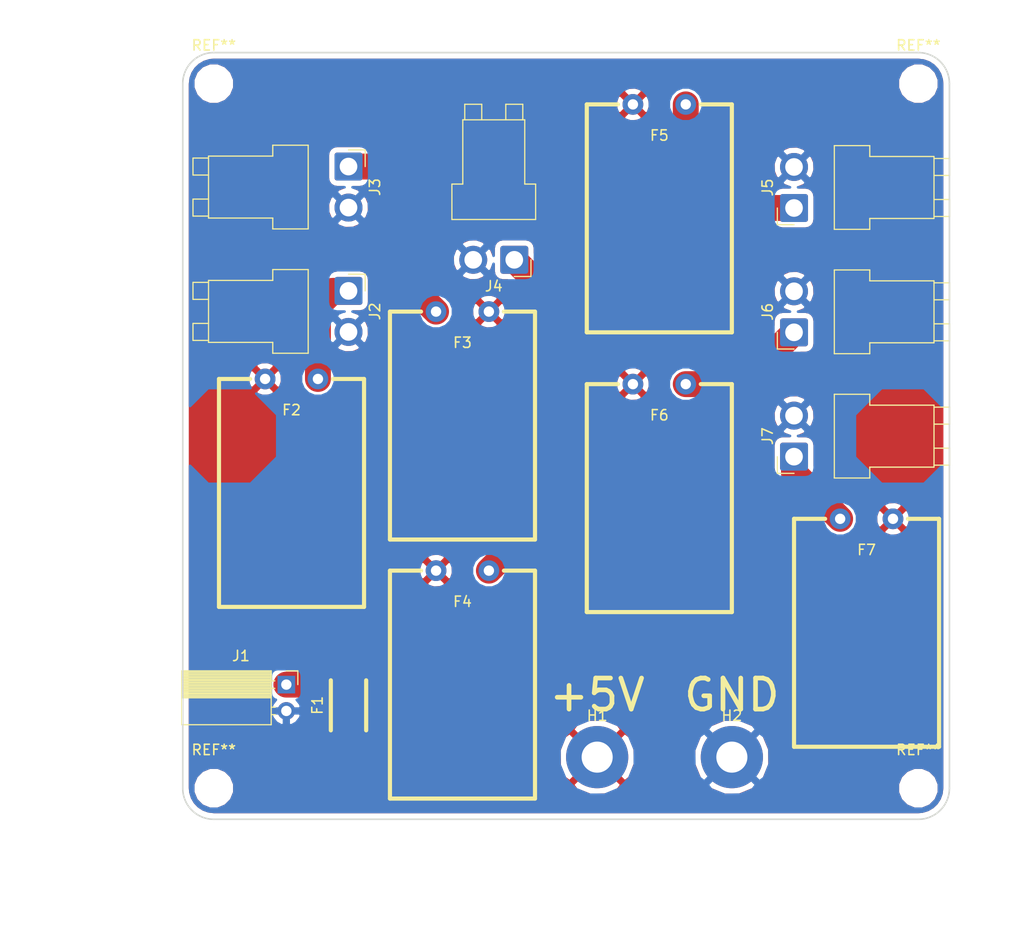
<source format=kicad_pcb>
(kicad_pcb (version 20171130) (host pcbnew "(5.0.1-3-g963ef8bb5)")

  (general
    (thickness 1.6)
    (drawings 14)
    (tracks 19)
    (zones 0)
    (modules 20)
    (nets 10)
  )

  (page A4)
  (layers
    (0 F.Cu signal)
    (31 B.Cu signal)
    (32 B.Adhes user)
    (33 F.Adhes user)
    (34 B.Paste user)
    (35 F.Paste user)
    (36 B.SilkS user)
    (37 F.SilkS user)
    (38 B.Mask user)
    (39 F.Mask user)
    (40 Dwgs.User user)
    (41 Cmts.User user)
    (42 Eco1.User user)
    (43 Eco2.User user)
    (44 Edge.Cuts user)
    (45 Margin user)
    (46 B.CrtYd user)
    (47 F.CrtYd user)
    (48 B.Fab user)
    (49 F.Fab user)
  )

  (setup
    (last_trace_width 2.5)
    (trace_clearance 0.2)
    (zone_clearance 0.508)
    (zone_45_only no)
    (trace_min 0.1524)
    (segment_width 0.2)
    (edge_width 0.15)
    (via_size 5)
    (via_drill 2)
    (via_min_size 0.508)
    (via_min_drill 0.254)
    (uvia_size 0.3)
    (uvia_drill 0.1)
    (uvias_allowed no)
    (uvia_min_size 0.2)
    (uvia_min_drill 0.1)
    (pcb_text_width 0.3)
    (pcb_text_size 1.5 1.5)
    (mod_edge_width 0.15)
    (mod_text_size 1 1)
    (mod_text_width 0.15)
    (pad_size 1.524 1.524)
    (pad_drill 0.762)
    (pad_to_mask_clearance 0.0508)
    (solder_mask_min_width 0.25)
    (aux_axis_origin 0 0)
    (visible_elements FFFFFF7F)
    (pcbplotparams
      (layerselection 0x010fc_ffffffff)
      (usegerberextensions false)
      (usegerberattributes false)
      (usegerberadvancedattributes false)
      (creategerberjobfile false)
      (excludeedgelayer true)
      (linewidth 0.100000)
      (plotframeref false)
      (viasonmask false)
      (mode 1)
      (useauxorigin false)
      (hpglpennumber 1)
      (hpglpenspeed 20)
      (hpglpendiameter 15.000000)
      (psnegative false)
      (psa4output false)
      (plotreference true)
      (plotvalue true)
      (plotinvisibletext false)
      (padsonsilk false)
      (subtractmaskfromsilk false)
      (outputformat 1)
      (mirror false)
      (drillshape 1)
      (scaleselection 1)
      (outputdirectory ""))
  )

  (net 0 "")
  (net 1 "Net-(F1-Pad1)")
  (net 2 +5V)
  (net 3 "Net-(F2-Pad1)")
  (net 4 "Net-(F3-Pad1)")
  (net 5 "Net-(F4-Pad1)")
  (net 6 "Net-(F5-Pad1)")
  (net 7 "Net-(F6-Pad1)")
  (net 8 "Net-(F7-Pad1)")
  (net 9 GND)

  (net_class Default "This is the default net class."
    (clearance 0.2)
    (trace_width 2.5)
    (via_dia 5)
    (via_drill 2)
    (uvia_dia 0.3)
    (uvia_drill 0.1)
    (diff_pair_gap 0.25)
    (diff_pair_width 5)
    (add_net +5V)
    (add_net GND)
    (add_net "Net-(F1-Pad1)")
    (add_net "Net-(F2-Pad1)")
    (add_net "Net-(F3-Pad1)")
    (add_net "Net-(F4-Pad1)")
    (add_net "Net-(F5-Pad1)")
    (add_net "Net-(F6-Pad1)")
    (add_net "Net-(F7-Pad1)")
  )

  (module "Power Board:LittelFuse 30R400U" (layer F.Cu) (tedit 5C605760) (tstamp 5C6FF737)
    (at 120.5 106.5 180)
    (path /5C5F8A27)
    (fp_text reference F2 (at 0 -3 180) (layer F.SilkS)
      (effects (font (size 1 1) (thickness 0.15)))
    )
    (fp_text value " 30R400UMR" (at 0 -13 270) (layer F.Fab)
      (effects (font (size 1 1) (thickness 0.15)))
    )
    (fp_line (start -7 0) (end -4 0) (layer F.SilkS) (width 0.4))
    (fp_line (start 7 0) (end 4 0) (layer F.SilkS) (width 0.4))
    (fp_line (start -7 -22) (end -7 0) (layer F.SilkS) (width 0.4))
    (fp_line (start -7 -22) (end 7 -22) (layer F.SilkS) (width 0.4))
    (fp_line (start 7 0) (end 7 -22) (layer F.SilkS) (width 0.4))
    (pad 2 thru_hole circle (at 2.55 0 180) (size 2 2) (drill 1) (layers *.Cu *.Mask)
      (net 2 +5V))
    (pad 1 thru_hole circle (at -2.55 0 180) (size 2 2) (drill 1) (layers *.Cu *.Mask)
      (net 3 "Net-(F2-Pad1)"))
  )

  (module "Power Board:LittelFuse 30R400U" (layer F.Cu) (tedit 5C605760) (tstamp 5C7004E5)
    (at 156 80 180)
    (path /5C5F8B42)
    (fp_text reference F5 (at 0 -3 180) (layer F.SilkS)
      (effects (font (size 1 1) (thickness 0.15)))
    )
    (fp_text value " 30R400UMR" (at 0 -13 270) (layer F.Fab)
      (effects (font (size 1 1) (thickness 0.15)))
    )
    (fp_line (start -7 0) (end -4 0) (layer F.SilkS) (width 0.4))
    (fp_line (start 7 0) (end 4 0) (layer F.SilkS) (width 0.4))
    (fp_line (start -7 -22) (end -7 0) (layer F.SilkS) (width 0.4))
    (fp_line (start -7 -22) (end 7 -22) (layer F.SilkS) (width 0.4))
    (fp_line (start 7 0) (end 7 -22) (layer F.SilkS) (width 0.4))
    (pad 2 thru_hole circle (at 2.55 0 180) (size 2 2) (drill 1) (layers *.Cu *.Mask)
      (net 2 +5V))
    (pad 1 thru_hole circle (at -2.55 0 180) (size 2 2) (drill 1) (layers *.Cu *.Mask)
      (net 6 "Net-(F5-Pad1)"))
  )

  (module "Power Board:LittelFuse 30R400U" (layer F.Cu) (tedit 5C605760) (tstamp 5C7013F8)
    (at 156 107 180)
    (path /5C5F8982)
    (fp_text reference F6 (at 0 -3 180) (layer F.SilkS)
      (effects (font (size 1 1) (thickness 0.15)))
    )
    (fp_text value " 30R400UMR" (at 0 -13 270) (layer F.Fab)
      (effects (font (size 1 1) (thickness 0.15)))
    )
    (fp_line (start -7 0) (end -4 0) (layer F.SilkS) (width 0.4))
    (fp_line (start 7 0) (end 4 0) (layer F.SilkS) (width 0.4))
    (fp_line (start -7 -22) (end -7 0) (layer F.SilkS) (width 0.4))
    (fp_line (start -7 -22) (end 7 -22) (layer F.SilkS) (width 0.4))
    (fp_line (start 7 0) (end 7 -22) (layer F.SilkS) (width 0.4))
    (pad 2 thru_hole circle (at 2.55 0 180) (size 2 2) (drill 1) (layers *.Cu *.Mask)
      (net 2 +5V))
    (pad 1 thru_hole circle (at -2.55 0 180) (size 2 2) (drill 1) (layers *.Cu *.Mask)
      (net 7 "Net-(F6-Pad1)"))
  )

  (module "Power Board:LittelFuse 30R400U" (layer F.Cu) (tedit 5C605760) (tstamp 5C6FF6FB)
    (at 137 125 180)
    (path /5C5F8A8D)
    (fp_text reference F4 (at 0 -3 180) (layer F.SilkS)
      (effects (font (size 1 1) (thickness 0.15)))
    )
    (fp_text value " 30R400UMR" (at 0 -13 270) (layer F.Fab)
      (effects (font (size 1 1) (thickness 0.15)))
    )
    (fp_line (start -7 0) (end -4 0) (layer F.SilkS) (width 0.4))
    (fp_line (start 7 0) (end 4 0) (layer F.SilkS) (width 0.4))
    (fp_line (start -7 -22) (end -7 0) (layer F.SilkS) (width 0.4))
    (fp_line (start -7 -22) (end 7 -22) (layer F.SilkS) (width 0.4))
    (fp_line (start 7 0) (end 7 -22) (layer F.SilkS) (width 0.4))
    (pad 2 thru_hole circle (at 2.55 0 180) (size 2 2) (drill 1) (layers *.Cu *.Mask)
      (net 2 +5V))
    (pad 1 thru_hole circle (at -2.55 0 180) (size 2 2) (drill 1) (layers *.Cu *.Mask)
      (net 5 "Net-(F4-Pad1)"))
  )

  (module MountingHole:MountingHole_2.7mm_M2.5 (layer F.Cu) (tedit 56D1B4CB) (tstamp 5C700AD2)
    (at 113 78)
    (descr "Mounting Hole 2.7mm, no annular, M2.5")
    (tags "mounting hole 2.7mm no annular m2.5")
    (attr virtual)
    (fp_text reference REF** (at 0 -3.7) (layer F.SilkS)
      (effects (font (size 1 1) (thickness 0.15)))
    )
    (fp_text value MountingHole_2.7mm_M2.5 (at 0 3.7) (layer F.Fab)
      (effects (font (size 1 1) (thickness 0.15)))
    )
    (fp_circle (center 0 0) (end 2.95 0) (layer F.CrtYd) (width 0.05))
    (fp_circle (center 0 0) (end 2.7 0) (layer Cmts.User) (width 0.15))
    (fp_text user %R (at 0.3 0) (layer F.Fab)
      (effects (font (size 1 1) (thickness 0.15)))
    )
    (pad 1 np_thru_hole circle (at 0 0) (size 2.7 2.7) (drill 2.7) (layers *.Cu *.Mask))
  )

  (module MountingHole:MountingHole_2.7mm_M2.5 (layer F.Cu) (tedit 56D1B4CB) (tstamp 5C7391BA)
    (at 113 146)
    (descr "Mounting Hole 2.7mm, no annular, M2.5")
    (tags "mounting hole 2.7mm no annular m2.5")
    (attr virtual)
    (fp_text reference REF** (at 0 -3.7) (layer F.SilkS)
      (effects (font (size 1 1) (thickness 0.15)))
    )
    (fp_text value MountingHole_2.7mm_M2.5 (at 0 3.7) (layer F.Fab)
      (effects (font (size 1 1) (thickness 0.15)))
    )
    (fp_circle (center 0 0) (end 2.95 0) (layer F.CrtYd) (width 0.05))
    (fp_circle (center 0 0) (end 2.7 0) (layer Cmts.User) (width 0.15))
    (fp_text user %R (at 0.3 0) (layer F.Fab)
      (effects (font (size 1 1) (thickness 0.15)))
    )
    (pad 1 np_thru_hole circle (at 0 0) (size 2.7 2.7) (drill 2.7) (layers *.Cu *.Mask))
  )

  (module MountingHole:MountingHole_2.7mm_M2.5 (layer F.Cu) (tedit 56D1B4CB) (tstamp 5C700C57)
    (at 181 146)
    (descr "Mounting Hole 2.7mm, no annular, M2.5")
    (tags "mounting hole 2.7mm no annular m2.5")
    (attr virtual)
    (fp_text reference REF** (at 0 -3.7) (layer F.SilkS)
      (effects (font (size 1 1) (thickness 0.15)))
    )
    (fp_text value MountingHole_2.7mm_M2.5 (at 0 3.7) (layer F.Fab)
      (effects (font (size 1 1) (thickness 0.15)))
    )
    (fp_circle (center 0 0) (end 2.95 0) (layer F.CrtYd) (width 0.05))
    (fp_circle (center 0 0) (end 2.7 0) (layer Cmts.User) (width 0.15))
    (fp_text user %R (at 0.3 0) (layer F.Fab)
      (effects (font (size 1 1) (thickness 0.15)))
    )
    (pad 1 np_thru_hole circle (at 0 0) (size 2.7 2.7) (drill 2.7) (layers *.Cu *.Mask))
  )

  (module MountingHole:MountingHole_2.7mm_M2.5 (layer F.Cu) (tedit 56D1B4CB) (tstamp 5C700A29)
    (at 181 78)
    (descr "Mounting Hole 2.7mm, no annular, M2.5")
    (tags "mounting hole 2.7mm no annular m2.5")
    (attr virtual)
    (fp_text reference REF** (at 0 -3.7) (layer F.SilkS)
      (effects (font (size 1 1) (thickness 0.15)))
    )
    (fp_text value MountingHole_2.7mm_M2.5 (at 0 3.7) (layer F.Fab)
      (effects (font (size 1 1) (thickness 0.15)))
    )
    (fp_circle (center 0 0) (end 2.95 0) (layer F.CrtYd) (width 0.05))
    (fp_circle (center 0 0) (end 2.7 0) (layer Cmts.User) (width 0.15))
    (fp_text user %R (at 0.3 0) (layer F.Fab)
      (effects (font (size 1 1) (thickness 0.15)))
    )
    (pad 1 np_thru_hole circle (at 0 0) (size 2.7 2.7) (drill 2.7) (layers *.Cu *.Mask))
  )

  (module "Power Board:Bourns MF-MSMF Style 2" (layer F.Cu) (tedit 5C671009) (tstamp 5C673527)
    (at 126 138 270)
    (path /5C5F8BF6)
    (fp_text reference F1 (at 0 3 270) (layer F.SilkS)
      (effects (font (size 1 1) (thickness 0.15)))
    )
    (fp_text value MF-MSMF250/16X-2 (at 0 -3 270) (layer F.Fab)
      (effects (font (size 1 1) (thickness 0.15)))
    )
    (fp_line (start -3.5 1.9) (end -3.5 -1.9) (layer F.CrtYd) (width 0.4))
    (fp_line (start 3.5 1.9) (end -3.5 1.9) (layer F.CrtYd) (width 0.4))
    (fp_line (start 3.5 -1.9) (end 3.5 1.9) (layer F.CrtYd) (width 0.4))
    (fp_line (start -3.5 -1.9) (end 3.5 -1.9) (layer F.CrtYd) (width 0.4))
    (fp_line (start -2.415 1.705) (end 2.415 1.705) (layer F.SilkS) (width 0.4))
    (fp_line (start -2.415 -1.705) (end 2.415 -1.705) (layer F.SilkS) (width 0.4))
    (pad 2 smd rect (at 2.39 0 270) (size 1.68 2.95) (layers F.Cu F.Paste F.Mask)
      (net 2 +5V))
    (pad 1 smd rect (at -2.39 0 270) (size 1.68 2.95) (layers F.Cu F.Paste F.Mask)
      (net 1 "Net-(F1-Pad1)"))
  )

  (module "Power Board:LittelFuse 30R400U reverse" (layer F.Cu) (tedit 5C605760) (tstamp 5C73936C)
    (at 137 100 180)
    (path /5C5F89D4)
    (fp_text reference F3 (at 0 -3 180) (layer F.SilkS)
      (effects (font (size 1 1) (thickness 0.15)))
    )
    (fp_text value " 30R400UMR" (at 0 -13 270) (layer F.Fab)
      (effects (font (size 1 1) (thickness 0.15)))
    )
    (fp_line (start 7 0) (end 7 -22) (layer F.SilkS) (width 0.4))
    (fp_line (start -7 -22) (end 7 -22) (layer F.SilkS) (width 0.4))
    (fp_line (start -7 -22) (end -7 0) (layer F.SilkS) (width 0.4))
    (fp_line (start 7 0) (end 4 0) (layer F.SilkS) (width 0.4))
    (fp_line (start -7 0) (end -4 0) (layer F.SilkS) (width 0.4))
    (pad 1 thru_hole circle (at 2.55 0 180) (size 2 2) (drill 1) (layers *.Cu *.Mask)
      (net 4 "Net-(F3-Pad1)"))
    (pad 2 thru_hole circle (at -2.55 0 180) (size 2 2) (drill 1) (layers *.Cu *.Mask)
      (net 2 +5V))
  )

  (module "Power Board:LittelFuse 30R400U reverse" (layer F.Cu) (tedit 5C605760) (tstamp 5C6FF6A1)
    (at 176 120 180)
    (path /5C5F8AE0)
    (fp_text reference F7 (at 0 -3 180) (layer F.SilkS)
      (effects (font (size 1 1) (thickness 0.15)))
    )
    (fp_text value " 30R400UMR" (at 0 -13 270) (layer F.Fab)
      (effects (font (size 1 1) (thickness 0.15)))
    )
    (fp_line (start -7 0) (end -4 0) (layer F.SilkS) (width 0.4))
    (fp_line (start 7 0) (end 4 0) (layer F.SilkS) (width 0.4))
    (fp_line (start -7 -22) (end -7 0) (layer F.SilkS) (width 0.4))
    (fp_line (start -7 -22) (end 7 -22) (layer F.SilkS) (width 0.4))
    (fp_line (start 7 0) (end 7 -22) (layer F.SilkS) (width 0.4))
    (pad 2 thru_hole circle (at -2.55 0 180) (size 2 2) (drill 1) (layers *.Cu *.Mask)
      (net 2 +5V))
    (pad 1 thru_hole circle (at 2.55 0 180) (size 2 2) (drill 1) (layers *.Cu *.Mask)
      (net 8 "Net-(F7-Pad1)"))
  )

  (module Connector_PinSocket_2.54mm:PinSocket_1x02_P2.54mm_Horizontal (layer F.Cu) (tedit 5A19A41B) (tstamp 5C673572)
    (at 120 136)
    (descr "Through hole angled socket strip, 1x02, 2.54mm pitch, 8.51mm socket length, single row (from Kicad 4.0.7), script generated")
    (tags "Through hole angled socket strip THT 1x02 2.54mm single row")
    (path /5C5F6737)
    (fp_text reference J1 (at -4.38 -2.77) (layer F.SilkS)
      (effects (font (size 1 1) (thickness 0.15)))
    )
    (fp_text value Conn_01x02 (at -4.38 5.31) (layer F.Fab)
      (effects (font (size 1 1) (thickness 0.15)))
    )
    (fp_text user %R (at -5.775 1.27) (layer F.Fab)
      (effects (font (size 1 1) (thickness 0.15)))
    )
    (fp_line (start 1.75 4.35) (end 1.75 -1.75) (layer F.CrtYd) (width 0.05))
    (fp_line (start -10.55 4.35) (end 1.75 4.35) (layer F.CrtYd) (width 0.05))
    (fp_line (start -10.55 -1.75) (end -10.55 4.35) (layer F.CrtYd) (width 0.05))
    (fp_line (start 1.75 -1.75) (end -10.55 -1.75) (layer F.CrtYd) (width 0.05))
    (fp_line (start 0 -1.33) (end 1.11 -1.33) (layer F.SilkS) (width 0.12))
    (fp_line (start 1.11 -1.33) (end 1.11 0) (layer F.SilkS) (width 0.12))
    (fp_line (start -10.09 -1.33) (end -10.09 3.87) (layer F.SilkS) (width 0.12))
    (fp_line (start -10.09 3.87) (end -1.46 3.87) (layer F.SilkS) (width 0.12))
    (fp_line (start -1.46 -1.33) (end -1.46 3.87) (layer F.SilkS) (width 0.12))
    (fp_line (start -10.09 -1.33) (end -1.46 -1.33) (layer F.SilkS) (width 0.12))
    (fp_line (start -10.09 1.27) (end -1.46 1.27) (layer F.SilkS) (width 0.12))
    (fp_line (start -1.46 2.9) (end -1.05 2.9) (layer F.SilkS) (width 0.12))
    (fp_line (start -1.46 2.18) (end -1.05 2.18) (layer F.SilkS) (width 0.12))
    (fp_line (start -1.46 0.36) (end -1.11 0.36) (layer F.SilkS) (width 0.12))
    (fp_line (start -1.46 -0.36) (end -1.11 -0.36) (layer F.SilkS) (width 0.12))
    (fp_line (start -10.09 1.1519) (end -1.46 1.1519) (layer F.SilkS) (width 0.12))
    (fp_line (start -10.09 1.033805) (end -1.46 1.033805) (layer F.SilkS) (width 0.12))
    (fp_line (start -10.09 0.91571) (end -1.46 0.91571) (layer F.SilkS) (width 0.12))
    (fp_line (start -10.09 0.797615) (end -1.46 0.797615) (layer F.SilkS) (width 0.12))
    (fp_line (start -10.09 0.67952) (end -1.46 0.67952) (layer F.SilkS) (width 0.12))
    (fp_line (start -10.09 0.561425) (end -1.46 0.561425) (layer F.SilkS) (width 0.12))
    (fp_line (start -10.09 0.44333) (end -1.46 0.44333) (layer F.SilkS) (width 0.12))
    (fp_line (start -10.09 0.325235) (end -1.46 0.325235) (layer F.SilkS) (width 0.12))
    (fp_line (start -10.09 0.20714) (end -1.46 0.20714) (layer F.SilkS) (width 0.12))
    (fp_line (start -10.09 0.089045) (end -1.46 0.089045) (layer F.SilkS) (width 0.12))
    (fp_line (start -10.09 -0.02905) (end -1.46 -0.02905) (layer F.SilkS) (width 0.12))
    (fp_line (start -10.09 -0.147145) (end -1.46 -0.147145) (layer F.SilkS) (width 0.12))
    (fp_line (start -10.09 -0.26524) (end -1.46 -0.26524) (layer F.SilkS) (width 0.12))
    (fp_line (start -10.09 -0.383335) (end -1.46 -0.383335) (layer F.SilkS) (width 0.12))
    (fp_line (start -10.09 -0.50143) (end -1.46 -0.50143) (layer F.SilkS) (width 0.12))
    (fp_line (start -10.09 -0.619525) (end -1.46 -0.619525) (layer F.SilkS) (width 0.12))
    (fp_line (start -10.09 -0.73762) (end -1.46 -0.73762) (layer F.SilkS) (width 0.12))
    (fp_line (start -10.09 -0.855715) (end -1.46 -0.855715) (layer F.SilkS) (width 0.12))
    (fp_line (start -10.09 -0.97381) (end -1.46 -0.97381) (layer F.SilkS) (width 0.12))
    (fp_line (start -10.09 -1.091905) (end -1.46 -1.091905) (layer F.SilkS) (width 0.12))
    (fp_line (start -10.09 -1.21) (end -1.46 -1.21) (layer F.SilkS) (width 0.12))
    (fp_line (start 0 2.84) (end 0 2.24) (layer F.Fab) (width 0.1))
    (fp_line (start -1.52 2.84) (end 0 2.84) (layer F.Fab) (width 0.1))
    (fp_line (start 0 2.24) (end -1.52 2.24) (layer F.Fab) (width 0.1))
    (fp_line (start 0 0.3) (end 0 -0.3) (layer F.Fab) (width 0.1))
    (fp_line (start -1.52 0.3) (end 0 0.3) (layer F.Fab) (width 0.1))
    (fp_line (start 0 -0.3) (end -1.52 -0.3) (layer F.Fab) (width 0.1))
    (fp_line (start -10.03 3.81) (end -10.03 -1.27) (layer F.Fab) (width 0.1))
    (fp_line (start -1.52 3.81) (end -10.03 3.81) (layer F.Fab) (width 0.1))
    (fp_line (start -1.52 -0.3) (end -1.52 3.81) (layer F.Fab) (width 0.1))
    (fp_line (start -2.49 -1.27) (end -1.52 -0.3) (layer F.Fab) (width 0.1))
    (fp_line (start -10.03 -1.27) (end -2.49 -1.27) (layer F.Fab) (width 0.1))
    (pad 2 thru_hole oval (at 0 2.54) (size 1.7 1.7) (drill 1) (layers *.Cu *.Mask)
      (net 9 GND))
    (pad 1 thru_hole rect (at 0 0) (size 1.7 1.7) (drill 1) (layers *.Cu *.Mask)
      (net 1 "Net-(F1-Pad1)"))
    (model ${KISYS3DMOD}/Connector_PinSocket_2.54mm.3dshapes/PinSocket_1x02_P2.54mm_Horizontal.wrl
      (at (xyz 0 0 0))
      (scale (xyz 1 1 1))
      (rotate (xyz 0 0 0))
    )
  )

  (module Connector_JST:JST_VH_B2PS-VH_1x02_P3.96mm_Horizontal (layer F.Cu) (tedit 5B774C02) (tstamp 5C6FF594)
    (at 126 98 270)
    (descr "JST VH series connector, B2PS-VH (http://www.jst-mfg.com/product/pdf/eng/eVH.pdf), generated with kicad-footprint-generator")
    (tags "connector JST VH top entry")
    (path /5C67227A)
    (fp_text reference J2 (at 1.98 -2.55 270) (layer F.SilkS)
      (effects (font (size 1 1) (thickness 0.15)))
    )
    (fp_text value "JST B2PS-VH" (at 1.98 16.1 270) (layer F.Fab)
      (effects (font (size 1 1) (thickness 0.15)))
    )
    (fp_text user %R (at 1.98 9.45 270) (layer F.Fab)
      (effects (font (size 1 1) (thickness 0.15)))
    )
    (fp_line (start -1.61 -1.61) (end -1.61 0) (layer F.SilkS) (width 0.12))
    (fp_line (start 0 -1.61) (end -1.61 -1.61) (layer F.SilkS) (width 0.12))
    (fp_line (start 4.78 15.01) (end 4.78 13.51) (layer F.SilkS) (width 0.12))
    (fp_line (start 3.14 15.01) (end 4.78 15.01) (layer F.SilkS) (width 0.12))
    (fp_line (start 3.14 13.51) (end 3.14 15.01) (layer F.SilkS) (width 0.12))
    (fp_line (start 0.82 15.01) (end 0.82 13.51) (layer F.SilkS) (width 0.12))
    (fp_line (start -0.82 15.01) (end 0.82 15.01) (layer F.SilkS) (width 0.12))
    (fp_line (start -0.82 13.51) (end -0.82 15.01) (layer F.SilkS) (width 0.12))
    (fp_line (start -2.06 7.31) (end -2.06 3.89) (layer F.SilkS) (width 0.12))
    (fp_line (start -1.01 7.31) (end -2.06 7.31) (layer F.SilkS) (width 0.12))
    (fp_line (start -1.01 13.51) (end -1.01 7.31) (layer F.SilkS) (width 0.12))
    (fp_line (start 4.97 13.51) (end -1.01 13.51) (layer F.SilkS) (width 0.12))
    (fp_line (start 4.97 7.31) (end 4.97 13.51) (layer F.SilkS) (width 0.12))
    (fp_line (start 6.02 7.31) (end 4.97 7.31) (layer F.SilkS) (width 0.12))
    (fp_line (start 6.02 3.89) (end 6.02 7.31) (layer F.SilkS) (width 0.12))
    (fp_line (start -2.06 3.89) (end 6.02 3.89) (layer F.SilkS) (width 0.12))
    (fp_line (start 6.41 -1.85) (end -2.45 -1.85) (layer F.CrtYd) (width 0.05))
    (fp_line (start 6.41 15.4) (end 6.41 -1.85) (layer F.CrtYd) (width 0.05))
    (fp_line (start -2.45 15.4) (end 6.41 15.4) (layer F.CrtYd) (width 0.05))
    (fp_line (start -2.45 -1.85) (end -2.45 15.4) (layer F.CrtYd) (width 0.05))
    (fp_line (start 4.66 14.9) (end 4.66 13.4) (layer F.Fab) (width 0.1))
    (fp_line (start 3.26 14.9) (end 4.66 14.9) (layer F.Fab) (width 0.1))
    (fp_line (start 3.26 13.4) (end 3.26 14.9) (layer F.Fab) (width 0.1))
    (fp_line (start 4.66 0) (end 4.66 4) (layer F.Fab) (width 0.1))
    (fp_line (start 3.26 0) (end 4.66 0) (layer F.Fab) (width 0.1))
    (fp_line (start 3.26 4) (end 3.26 0) (layer F.Fab) (width 0.1))
    (fp_line (start 0.7 14.9) (end 0.7 13.4) (layer F.Fab) (width 0.1))
    (fp_line (start -0.7 14.9) (end 0.7 14.9) (layer F.Fab) (width 0.1))
    (fp_line (start -0.7 13.4) (end -0.7 14.9) (layer F.Fab) (width 0.1))
    (fp_line (start 0.7 0) (end 0.7 4) (layer F.Fab) (width 0.1))
    (fp_line (start -0.7 0) (end 0.7 0) (layer F.Fab) (width 0.1))
    (fp_line (start -0.7 4) (end -0.7 0) (layer F.Fab) (width 0.1))
    (fp_line (start 0 4.8) (end 0.8 4) (layer F.Fab) (width 0.1))
    (fp_line (start -0.8 4) (end 0 4.8) (layer F.Fab) (width 0.1))
    (fp_line (start -1.95 4) (end -0.9 4) (layer F.Fab) (width 0.1))
    (fp_line (start -1.95 7.2) (end -1.95 4) (layer F.Fab) (width 0.1))
    (fp_line (start -0.9 7.2) (end -1.95 7.2) (layer F.Fab) (width 0.1))
    (fp_line (start 5.91 7.2) (end 4.86 7.2) (layer F.Fab) (width 0.1))
    (fp_line (start 5.91 4) (end 5.91 7.2) (layer F.Fab) (width 0.1))
    (fp_line (start 4.86 4) (end 5.91 4) (layer F.Fab) (width 0.1))
    (fp_line (start 4.86 4) (end -0.9 4) (layer F.Fab) (width 0.1))
    (fp_line (start 4.86 13.4) (end 4.86 4) (layer F.Fab) (width 0.1))
    (fp_line (start -0.9 13.4) (end 4.86 13.4) (layer F.Fab) (width 0.1))
    (fp_line (start -0.9 4) (end -0.9 13.4) (layer F.Fab) (width 0.1))
    (pad 2 thru_hole circle (at 3.96 0 270) (size 2.7 2.7) (drill 1.7) (layers *.Cu *.Mask)
      (net 9 GND))
    (pad 1 thru_hole roundrect (at 0 0 270) (size 2.7 2.7) (drill 1.7) (layers *.Cu *.Mask) (roundrect_rratio 0.09259299999999999)
      (net 3 "Net-(F2-Pad1)"))
    (model ${KISYS3DMOD}/Connector_JST.3dshapes/JST_VH_B2PS-VH_1x02_P3.96mm_Horizontal.wrl
      (at (xyz 0 0 0))
      (scale (xyz 1 1 1))
      (rotate (xyz 0 0 0))
    )
  )

  (module Connector_JST:JST_VH_B2PS-VH_1x02_P3.96mm_Horizontal (layer F.Cu) (tedit 5B774C02) (tstamp 5C6FF4FE)
    (at 126 86 270)
    (descr "JST VH series connector, B2PS-VH (http://www.jst-mfg.com/product/pdf/eng/eVH.pdf), generated with kicad-footprint-generator")
    (tags "connector JST VH top entry")
    (path /5C5F6583)
    (fp_text reference J3 (at 1.98 -2.55 270) (layer F.SilkS)
      (effects (font (size 1 1) (thickness 0.15)))
    )
    (fp_text value "JST B2PS-VH" (at 1.98 16.1 270) (layer F.Fab)
      (effects (font (size 1 1) (thickness 0.15)))
    )
    (fp_text user %R (at 1.98 9.45 270) (layer F.Fab)
      (effects (font (size 1 1) (thickness 0.15)))
    )
    (fp_line (start -1.61 -1.61) (end -1.61 0) (layer F.SilkS) (width 0.12))
    (fp_line (start 0 -1.61) (end -1.61 -1.61) (layer F.SilkS) (width 0.12))
    (fp_line (start 4.78 15.01) (end 4.78 13.51) (layer F.SilkS) (width 0.12))
    (fp_line (start 3.14 15.01) (end 4.78 15.01) (layer F.SilkS) (width 0.12))
    (fp_line (start 3.14 13.51) (end 3.14 15.01) (layer F.SilkS) (width 0.12))
    (fp_line (start 0.82 15.01) (end 0.82 13.51) (layer F.SilkS) (width 0.12))
    (fp_line (start -0.82 15.01) (end 0.82 15.01) (layer F.SilkS) (width 0.12))
    (fp_line (start -0.82 13.51) (end -0.82 15.01) (layer F.SilkS) (width 0.12))
    (fp_line (start -2.06 7.31) (end -2.06 3.89) (layer F.SilkS) (width 0.12))
    (fp_line (start -1.01 7.31) (end -2.06 7.31) (layer F.SilkS) (width 0.12))
    (fp_line (start -1.01 13.51) (end -1.01 7.31) (layer F.SilkS) (width 0.12))
    (fp_line (start 4.97 13.51) (end -1.01 13.51) (layer F.SilkS) (width 0.12))
    (fp_line (start 4.97 7.31) (end 4.97 13.51) (layer F.SilkS) (width 0.12))
    (fp_line (start 6.02 7.31) (end 4.97 7.31) (layer F.SilkS) (width 0.12))
    (fp_line (start 6.02 3.89) (end 6.02 7.31) (layer F.SilkS) (width 0.12))
    (fp_line (start -2.06 3.89) (end 6.02 3.89) (layer F.SilkS) (width 0.12))
    (fp_line (start 6.41 -1.85) (end -2.45 -1.85) (layer F.CrtYd) (width 0.05))
    (fp_line (start 6.41 15.4) (end 6.41 -1.85) (layer F.CrtYd) (width 0.05))
    (fp_line (start -2.45 15.4) (end 6.41 15.4) (layer F.CrtYd) (width 0.05))
    (fp_line (start -2.45 -1.85) (end -2.45 15.4) (layer F.CrtYd) (width 0.05))
    (fp_line (start 4.66 14.9) (end 4.66 13.4) (layer F.Fab) (width 0.1))
    (fp_line (start 3.26 14.9) (end 4.66 14.9) (layer F.Fab) (width 0.1))
    (fp_line (start 3.26 13.4) (end 3.26 14.9) (layer F.Fab) (width 0.1))
    (fp_line (start 4.66 0) (end 4.66 4) (layer F.Fab) (width 0.1))
    (fp_line (start 3.26 0) (end 4.66 0) (layer F.Fab) (width 0.1))
    (fp_line (start 3.26 4) (end 3.26 0) (layer F.Fab) (width 0.1))
    (fp_line (start 0.7 14.9) (end 0.7 13.4) (layer F.Fab) (width 0.1))
    (fp_line (start -0.7 14.9) (end 0.7 14.9) (layer F.Fab) (width 0.1))
    (fp_line (start -0.7 13.4) (end -0.7 14.9) (layer F.Fab) (width 0.1))
    (fp_line (start 0.7 0) (end 0.7 4) (layer F.Fab) (width 0.1))
    (fp_line (start -0.7 0) (end 0.7 0) (layer F.Fab) (width 0.1))
    (fp_line (start -0.7 4) (end -0.7 0) (layer F.Fab) (width 0.1))
    (fp_line (start 0 4.8) (end 0.8 4) (layer F.Fab) (width 0.1))
    (fp_line (start -0.8 4) (end 0 4.8) (layer F.Fab) (width 0.1))
    (fp_line (start -1.95 4) (end -0.9 4) (layer F.Fab) (width 0.1))
    (fp_line (start -1.95 7.2) (end -1.95 4) (layer F.Fab) (width 0.1))
    (fp_line (start -0.9 7.2) (end -1.95 7.2) (layer F.Fab) (width 0.1))
    (fp_line (start 5.91 7.2) (end 4.86 7.2) (layer F.Fab) (width 0.1))
    (fp_line (start 5.91 4) (end 5.91 7.2) (layer F.Fab) (width 0.1))
    (fp_line (start 4.86 4) (end 5.91 4) (layer F.Fab) (width 0.1))
    (fp_line (start 4.86 4) (end -0.9 4) (layer F.Fab) (width 0.1))
    (fp_line (start 4.86 13.4) (end 4.86 4) (layer F.Fab) (width 0.1))
    (fp_line (start -0.9 13.4) (end 4.86 13.4) (layer F.Fab) (width 0.1))
    (fp_line (start -0.9 4) (end -0.9 13.4) (layer F.Fab) (width 0.1))
    (pad 2 thru_hole circle (at 3.96 0 270) (size 2.7 2.7) (drill 1.7) (layers *.Cu *.Mask)
      (net 9 GND))
    (pad 1 thru_hole roundrect (at 0 0 270) (size 2.7 2.7) (drill 1.7) (layers *.Cu *.Mask) (roundrect_rratio 0.09259299999999999)
      (net 4 "Net-(F3-Pad1)"))
    (model ${KISYS3DMOD}/Connector_JST.3dshapes/JST_VH_B2PS-VH_1x02_P3.96mm_Horizontal.wrl
      (at (xyz 0 0 0))
      (scale (xyz 1 1 1))
      (rotate (xyz 0 0 0))
    )
  )

  (module Connector_JST:JST_VH_B2PS-VH_1x02_P3.96mm_Horizontal (layer F.Cu) (tedit 5B774C02) (tstamp 5C7014A3)
    (at 142 95 180)
    (descr "JST VH series connector, B2PS-VH (http://www.jst-mfg.com/product/pdf/eng/eVH.pdf), generated with kicad-footprint-generator")
    (tags "connector JST VH top entry")
    (path /5C5F65B8)
    (fp_text reference J4 (at 1.98 -2.55 180) (layer F.SilkS)
      (effects (font (size 1 1) (thickness 0.15)))
    )
    (fp_text value "JST B2PS-VH" (at 1.98 16.1 180) (layer F.Fab)
      (effects (font (size 1 1) (thickness 0.15)))
    )
    (fp_text user %R (at 1.98 9.45 180) (layer F.Fab)
      (effects (font (size 1 1) (thickness 0.15)))
    )
    (fp_line (start -1.61 -1.61) (end -1.61 0) (layer F.SilkS) (width 0.12))
    (fp_line (start 0 -1.61) (end -1.61 -1.61) (layer F.SilkS) (width 0.12))
    (fp_line (start 4.78 15.01) (end 4.78 13.51) (layer F.SilkS) (width 0.12))
    (fp_line (start 3.14 15.01) (end 4.78 15.01) (layer F.SilkS) (width 0.12))
    (fp_line (start 3.14 13.51) (end 3.14 15.01) (layer F.SilkS) (width 0.12))
    (fp_line (start 0.82 15.01) (end 0.82 13.51) (layer F.SilkS) (width 0.12))
    (fp_line (start -0.82 15.01) (end 0.82 15.01) (layer F.SilkS) (width 0.12))
    (fp_line (start -0.82 13.51) (end -0.82 15.01) (layer F.SilkS) (width 0.12))
    (fp_line (start -2.06 7.31) (end -2.06 3.89) (layer F.SilkS) (width 0.12))
    (fp_line (start -1.01 7.31) (end -2.06 7.31) (layer F.SilkS) (width 0.12))
    (fp_line (start -1.01 13.51) (end -1.01 7.31) (layer F.SilkS) (width 0.12))
    (fp_line (start 4.97 13.51) (end -1.01 13.51) (layer F.SilkS) (width 0.12))
    (fp_line (start 4.97 7.31) (end 4.97 13.51) (layer F.SilkS) (width 0.12))
    (fp_line (start 6.02 7.31) (end 4.97 7.31) (layer F.SilkS) (width 0.12))
    (fp_line (start 6.02 3.89) (end 6.02 7.31) (layer F.SilkS) (width 0.12))
    (fp_line (start -2.06 3.89) (end 6.02 3.89) (layer F.SilkS) (width 0.12))
    (fp_line (start 6.41 -1.85) (end -2.45 -1.85) (layer F.CrtYd) (width 0.05))
    (fp_line (start 6.41 15.4) (end 6.41 -1.85) (layer F.CrtYd) (width 0.05))
    (fp_line (start -2.45 15.4) (end 6.41 15.4) (layer F.CrtYd) (width 0.05))
    (fp_line (start -2.45 -1.85) (end -2.45 15.4) (layer F.CrtYd) (width 0.05))
    (fp_line (start 4.66 14.9) (end 4.66 13.4) (layer F.Fab) (width 0.1))
    (fp_line (start 3.26 14.9) (end 4.66 14.9) (layer F.Fab) (width 0.1))
    (fp_line (start 3.26 13.4) (end 3.26 14.9) (layer F.Fab) (width 0.1))
    (fp_line (start 4.66 0) (end 4.66 4) (layer F.Fab) (width 0.1))
    (fp_line (start 3.26 0) (end 4.66 0) (layer F.Fab) (width 0.1))
    (fp_line (start 3.26 4) (end 3.26 0) (layer F.Fab) (width 0.1))
    (fp_line (start 0.7 14.9) (end 0.7 13.4) (layer F.Fab) (width 0.1))
    (fp_line (start -0.7 14.9) (end 0.7 14.9) (layer F.Fab) (width 0.1))
    (fp_line (start -0.7 13.4) (end -0.7 14.9) (layer F.Fab) (width 0.1))
    (fp_line (start 0.7 0) (end 0.7 4) (layer F.Fab) (width 0.1))
    (fp_line (start -0.7 0) (end 0.7 0) (layer F.Fab) (width 0.1))
    (fp_line (start -0.7 4) (end -0.7 0) (layer F.Fab) (width 0.1))
    (fp_line (start 0 4.8) (end 0.8 4) (layer F.Fab) (width 0.1))
    (fp_line (start -0.8 4) (end 0 4.8) (layer F.Fab) (width 0.1))
    (fp_line (start -1.95 4) (end -0.9 4) (layer F.Fab) (width 0.1))
    (fp_line (start -1.95 7.2) (end -1.95 4) (layer F.Fab) (width 0.1))
    (fp_line (start -0.9 7.2) (end -1.95 7.2) (layer F.Fab) (width 0.1))
    (fp_line (start 5.91 7.2) (end 4.86 7.2) (layer F.Fab) (width 0.1))
    (fp_line (start 5.91 4) (end 5.91 7.2) (layer F.Fab) (width 0.1))
    (fp_line (start 4.86 4) (end 5.91 4) (layer F.Fab) (width 0.1))
    (fp_line (start 4.86 4) (end -0.9 4) (layer F.Fab) (width 0.1))
    (fp_line (start 4.86 13.4) (end 4.86 4) (layer F.Fab) (width 0.1))
    (fp_line (start -0.9 13.4) (end 4.86 13.4) (layer F.Fab) (width 0.1))
    (fp_line (start -0.9 4) (end -0.9 13.4) (layer F.Fab) (width 0.1))
    (pad 2 thru_hole circle (at 3.96 0 180) (size 2.7 2.7) (drill 1.7) (layers *.Cu *.Mask)
      (net 9 GND))
    (pad 1 thru_hole roundrect (at 0 0 180) (size 2.7 2.7) (drill 1.7) (layers *.Cu *.Mask) (roundrect_rratio 0.09259299999999999)
      (net 5 "Net-(F4-Pad1)"))
    (model ${KISYS3DMOD}/Connector_JST.3dshapes/JST_VH_B2PS-VH_1x02_P3.96mm_Horizontal.wrl
      (at (xyz 0 0 0))
      (scale (xyz 1 1 1))
      (rotate (xyz 0 0 0))
    )
  )

  (module Connector_JST:JST_VH_B2PS-VH_1x02_P3.96mm_Horizontal (layer F.Cu) (tedit 5B774C02) (tstamp 5C672F86)
    (at 169 90 90)
    (descr "JST VH series connector, B2PS-VH (http://www.jst-mfg.com/product/pdf/eng/eVH.pdf), generated with kicad-footprint-generator")
    (tags "connector JST VH top entry")
    (path /5C5F65F5)
    (fp_text reference J5 (at 1.98 -2.55 90) (layer F.SilkS)
      (effects (font (size 1 1) (thickness 0.15)))
    )
    (fp_text value "JST B2PS-VH" (at 1.98 16.1 90) (layer F.Fab)
      (effects (font (size 1 1) (thickness 0.15)))
    )
    (fp_text user %R (at 1.98 9.45 90) (layer F.Fab)
      (effects (font (size 1 1) (thickness 0.15)))
    )
    (fp_line (start -1.61 -1.61) (end -1.61 0) (layer F.SilkS) (width 0.12))
    (fp_line (start 0 -1.61) (end -1.61 -1.61) (layer F.SilkS) (width 0.12))
    (fp_line (start 4.78 15.01) (end 4.78 13.51) (layer F.SilkS) (width 0.12))
    (fp_line (start 3.14 15.01) (end 4.78 15.01) (layer F.SilkS) (width 0.12))
    (fp_line (start 3.14 13.51) (end 3.14 15.01) (layer F.SilkS) (width 0.12))
    (fp_line (start 0.82 15.01) (end 0.82 13.51) (layer F.SilkS) (width 0.12))
    (fp_line (start -0.82 15.01) (end 0.82 15.01) (layer F.SilkS) (width 0.12))
    (fp_line (start -0.82 13.51) (end -0.82 15.01) (layer F.SilkS) (width 0.12))
    (fp_line (start -2.06 7.31) (end -2.06 3.89) (layer F.SilkS) (width 0.12))
    (fp_line (start -1.01 7.31) (end -2.06 7.31) (layer F.SilkS) (width 0.12))
    (fp_line (start -1.01 13.51) (end -1.01 7.31) (layer F.SilkS) (width 0.12))
    (fp_line (start 4.97 13.51) (end -1.01 13.51) (layer F.SilkS) (width 0.12))
    (fp_line (start 4.97 7.31) (end 4.97 13.51) (layer F.SilkS) (width 0.12))
    (fp_line (start 6.02 7.31) (end 4.97 7.31) (layer F.SilkS) (width 0.12))
    (fp_line (start 6.02 3.89) (end 6.02 7.31) (layer F.SilkS) (width 0.12))
    (fp_line (start -2.06 3.89) (end 6.02 3.89) (layer F.SilkS) (width 0.12))
    (fp_line (start 6.41 -1.85) (end -2.45 -1.85) (layer F.CrtYd) (width 0.05))
    (fp_line (start 6.41 15.4) (end 6.41 -1.85) (layer F.CrtYd) (width 0.05))
    (fp_line (start -2.45 15.4) (end 6.41 15.4) (layer F.CrtYd) (width 0.05))
    (fp_line (start -2.45 -1.85) (end -2.45 15.4) (layer F.CrtYd) (width 0.05))
    (fp_line (start 4.66 14.9) (end 4.66 13.4) (layer F.Fab) (width 0.1))
    (fp_line (start 3.26 14.9) (end 4.66 14.9) (layer F.Fab) (width 0.1))
    (fp_line (start 3.26 13.4) (end 3.26 14.9) (layer F.Fab) (width 0.1))
    (fp_line (start 4.66 0) (end 4.66 4) (layer F.Fab) (width 0.1))
    (fp_line (start 3.26 0) (end 4.66 0) (layer F.Fab) (width 0.1))
    (fp_line (start 3.26 4) (end 3.26 0) (layer F.Fab) (width 0.1))
    (fp_line (start 0.7 14.9) (end 0.7 13.4) (layer F.Fab) (width 0.1))
    (fp_line (start -0.7 14.9) (end 0.7 14.9) (layer F.Fab) (width 0.1))
    (fp_line (start -0.7 13.4) (end -0.7 14.9) (layer F.Fab) (width 0.1))
    (fp_line (start 0.7 0) (end 0.7 4) (layer F.Fab) (width 0.1))
    (fp_line (start -0.7 0) (end 0.7 0) (layer F.Fab) (width 0.1))
    (fp_line (start -0.7 4) (end -0.7 0) (layer F.Fab) (width 0.1))
    (fp_line (start 0 4.8) (end 0.8 4) (layer F.Fab) (width 0.1))
    (fp_line (start -0.8 4) (end 0 4.8) (layer F.Fab) (width 0.1))
    (fp_line (start -1.95 4) (end -0.9 4) (layer F.Fab) (width 0.1))
    (fp_line (start -1.95 7.2) (end -1.95 4) (layer F.Fab) (width 0.1))
    (fp_line (start -0.9 7.2) (end -1.95 7.2) (layer F.Fab) (width 0.1))
    (fp_line (start 5.91 7.2) (end 4.86 7.2) (layer F.Fab) (width 0.1))
    (fp_line (start 5.91 4) (end 5.91 7.2) (layer F.Fab) (width 0.1))
    (fp_line (start 4.86 4) (end 5.91 4) (layer F.Fab) (width 0.1))
    (fp_line (start 4.86 4) (end -0.9 4) (layer F.Fab) (width 0.1))
    (fp_line (start 4.86 13.4) (end 4.86 4) (layer F.Fab) (width 0.1))
    (fp_line (start -0.9 13.4) (end 4.86 13.4) (layer F.Fab) (width 0.1))
    (fp_line (start -0.9 4) (end -0.9 13.4) (layer F.Fab) (width 0.1))
    (pad 2 thru_hole circle (at 3.96 0 90) (size 2.7 2.7) (drill 1.7) (layers *.Cu *.Mask)
      (net 9 GND))
    (pad 1 thru_hole roundrect (at 0 0 90) (size 2.7 2.7) (drill 1.7) (layers *.Cu *.Mask) (roundrect_rratio 0.09259299999999999)
      (net 6 "Net-(F5-Pad1)"))
    (model ${KISYS3DMOD}/Connector_JST.3dshapes/JST_VH_B2PS-VH_1x02_P3.96mm_Horizontal.wrl
      (at (xyz 0 0 0))
      (scale (xyz 1 1 1))
      (rotate (xyz 0 0 0))
    )
  )

  (module Connector_JST:JST_VH_B2PS-VH_1x02_P3.96mm_Horizontal (layer F.Cu) (tedit 5B774C02) (tstamp 5C7000A4)
    (at 169 102 90)
    (descr "JST VH series connector, B2PS-VH (http://www.jst-mfg.com/product/pdf/eng/eVH.pdf), generated with kicad-footprint-generator")
    (tags "connector JST VH top entry")
    (path /5C5F6637)
    (fp_text reference J6 (at 1.98 -2.55 90) (layer F.SilkS)
      (effects (font (size 1 1) (thickness 0.15)))
    )
    (fp_text value "JST B2PS-VH" (at 1.98 16.1 90) (layer F.Fab)
      (effects (font (size 1 1) (thickness 0.15)))
    )
    (fp_text user %R (at 1.98 9.45 90) (layer F.Fab)
      (effects (font (size 1 1) (thickness 0.15)))
    )
    (fp_line (start -1.61 -1.61) (end -1.61 0) (layer F.SilkS) (width 0.12))
    (fp_line (start 0 -1.61) (end -1.61 -1.61) (layer F.SilkS) (width 0.12))
    (fp_line (start 4.78 15.01) (end 4.78 13.51) (layer F.SilkS) (width 0.12))
    (fp_line (start 3.14 15.01) (end 4.78 15.01) (layer F.SilkS) (width 0.12))
    (fp_line (start 3.14 13.51) (end 3.14 15.01) (layer F.SilkS) (width 0.12))
    (fp_line (start 0.82 15.01) (end 0.82 13.51) (layer F.SilkS) (width 0.12))
    (fp_line (start -0.82 15.01) (end 0.82 15.01) (layer F.SilkS) (width 0.12))
    (fp_line (start -0.82 13.51) (end -0.82 15.01) (layer F.SilkS) (width 0.12))
    (fp_line (start -2.06 7.31) (end -2.06 3.89) (layer F.SilkS) (width 0.12))
    (fp_line (start -1.01 7.31) (end -2.06 7.31) (layer F.SilkS) (width 0.12))
    (fp_line (start -1.01 13.51) (end -1.01 7.31) (layer F.SilkS) (width 0.12))
    (fp_line (start 4.97 13.51) (end -1.01 13.51) (layer F.SilkS) (width 0.12))
    (fp_line (start 4.97 7.31) (end 4.97 13.51) (layer F.SilkS) (width 0.12))
    (fp_line (start 6.02 7.31) (end 4.97 7.31) (layer F.SilkS) (width 0.12))
    (fp_line (start 6.02 3.89) (end 6.02 7.31) (layer F.SilkS) (width 0.12))
    (fp_line (start -2.06 3.89) (end 6.02 3.89) (layer F.SilkS) (width 0.12))
    (fp_line (start 6.41 -1.85) (end -2.45 -1.85) (layer F.CrtYd) (width 0.05))
    (fp_line (start 6.41 15.4) (end 6.41 -1.85) (layer F.CrtYd) (width 0.05))
    (fp_line (start -2.45 15.4) (end 6.41 15.4) (layer F.CrtYd) (width 0.05))
    (fp_line (start -2.45 -1.85) (end -2.45 15.4) (layer F.CrtYd) (width 0.05))
    (fp_line (start 4.66 14.9) (end 4.66 13.4) (layer F.Fab) (width 0.1))
    (fp_line (start 3.26 14.9) (end 4.66 14.9) (layer F.Fab) (width 0.1))
    (fp_line (start 3.26 13.4) (end 3.26 14.9) (layer F.Fab) (width 0.1))
    (fp_line (start 4.66 0) (end 4.66 4) (layer F.Fab) (width 0.1))
    (fp_line (start 3.26 0) (end 4.66 0) (layer F.Fab) (width 0.1))
    (fp_line (start 3.26 4) (end 3.26 0) (layer F.Fab) (width 0.1))
    (fp_line (start 0.7 14.9) (end 0.7 13.4) (layer F.Fab) (width 0.1))
    (fp_line (start -0.7 14.9) (end 0.7 14.9) (layer F.Fab) (width 0.1))
    (fp_line (start -0.7 13.4) (end -0.7 14.9) (layer F.Fab) (width 0.1))
    (fp_line (start 0.7 0) (end 0.7 4) (layer F.Fab) (width 0.1))
    (fp_line (start -0.7 0) (end 0.7 0) (layer F.Fab) (width 0.1))
    (fp_line (start -0.7 4) (end -0.7 0) (layer F.Fab) (width 0.1))
    (fp_line (start 0 4.8) (end 0.8 4) (layer F.Fab) (width 0.1))
    (fp_line (start -0.8 4) (end 0 4.8) (layer F.Fab) (width 0.1))
    (fp_line (start -1.95 4) (end -0.9 4) (layer F.Fab) (width 0.1))
    (fp_line (start -1.95 7.2) (end -1.95 4) (layer F.Fab) (width 0.1))
    (fp_line (start -0.9 7.2) (end -1.95 7.2) (layer F.Fab) (width 0.1))
    (fp_line (start 5.91 7.2) (end 4.86 7.2) (layer F.Fab) (width 0.1))
    (fp_line (start 5.91 4) (end 5.91 7.2) (layer F.Fab) (width 0.1))
    (fp_line (start 4.86 4) (end 5.91 4) (layer F.Fab) (width 0.1))
    (fp_line (start 4.86 4) (end -0.9 4) (layer F.Fab) (width 0.1))
    (fp_line (start 4.86 13.4) (end 4.86 4) (layer F.Fab) (width 0.1))
    (fp_line (start -0.9 13.4) (end 4.86 13.4) (layer F.Fab) (width 0.1))
    (fp_line (start -0.9 4) (end -0.9 13.4) (layer F.Fab) (width 0.1))
    (pad 2 thru_hole circle (at 3.96 0 90) (size 2.7 2.7) (drill 1.7) (layers *.Cu *.Mask)
      (net 9 GND))
    (pad 1 thru_hole roundrect (at 0 0 90) (size 2.7 2.7) (drill 1.7) (layers *.Cu *.Mask) (roundrect_rratio 0.09259299999999999)
      (net 7 "Net-(F6-Pad1)"))
    (model ${KISYS3DMOD}/Connector_JST.3dshapes/JST_VH_B2PS-VH_1x02_P3.96mm_Horizontal.wrl
      (at (xyz 0 0 0))
      (scale (xyz 1 1 1))
      (rotate (xyz 0 0 0))
    )
  )

  (module Connector_JST:JST_VH_B2PS-VH_1x02_P3.96mm_Horizontal (layer F.Cu) (tedit 5B774C02) (tstamp 5C6FF3D2)
    (at 169 114 90)
    (descr "JST VH series connector, B2PS-VH (http://www.jst-mfg.com/product/pdf/eng/eVH.pdf), generated with kicad-footprint-generator")
    (tags "connector JST VH top entry")
    (path /5C5F6689)
    (fp_text reference J7 (at 1.98 -2.55 90) (layer F.SilkS)
      (effects (font (size 1 1) (thickness 0.15)))
    )
    (fp_text value "JST B2PS-VH" (at 1.98 16.1 90) (layer F.Fab)
      (effects (font (size 1 1) (thickness 0.15)))
    )
    (fp_text user %R (at 1.98 9.45 90) (layer F.Fab)
      (effects (font (size 1 1) (thickness 0.15)))
    )
    (fp_line (start -1.61 -1.61) (end -1.61 0) (layer F.SilkS) (width 0.12))
    (fp_line (start 0 -1.61) (end -1.61 -1.61) (layer F.SilkS) (width 0.12))
    (fp_line (start 4.78 15.01) (end 4.78 13.51) (layer F.SilkS) (width 0.12))
    (fp_line (start 3.14 15.01) (end 4.78 15.01) (layer F.SilkS) (width 0.12))
    (fp_line (start 3.14 13.51) (end 3.14 15.01) (layer F.SilkS) (width 0.12))
    (fp_line (start 0.82 15.01) (end 0.82 13.51) (layer F.SilkS) (width 0.12))
    (fp_line (start -0.82 15.01) (end 0.82 15.01) (layer F.SilkS) (width 0.12))
    (fp_line (start -0.82 13.51) (end -0.82 15.01) (layer F.SilkS) (width 0.12))
    (fp_line (start -2.06 7.31) (end -2.06 3.89) (layer F.SilkS) (width 0.12))
    (fp_line (start -1.01 7.31) (end -2.06 7.31) (layer F.SilkS) (width 0.12))
    (fp_line (start -1.01 13.51) (end -1.01 7.31) (layer F.SilkS) (width 0.12))
    (fp_line (start 4.97 13.51) (end -1.01 13.51) (layer F.SilkS) (width 0.12))
    (fp_line (start 4.97 7.31) (end 4.97 13.51) (layer F.SilkS) (width 0.12))
    (fp_line (start 6.02 7.31) (end 4.97 7.31) (layer F.SilkS) (width 0.12))
    (fp_line (start 6.02 3.89) (end 6.02 7.31) (layer F.SilkS) (width 0.12))
    (fp_line (start -2.06 3.89) (end 6.02 3.89) (layer F.SilkS) (width 0.12))
    (fp_line (start 6.41 -1.85) (end -2.45 -1.85) (layer F.CrtYd) (width 0.05))
    (fp_line (start 6.41 15.4) (end 6.41 -1.85) (layer F.CrtYd) (width 0.05))
    (fp_line (start -2.45 15.4) (end 6.41 15.4) (layer F.CrtYd) (width 0.05))
    (fp_line (start -2.45 -1.85) (end -2.45 15.4) (layer F.CrtYd) (width 0.05))
    (fp_line (start 4.66 14.9) (end 4.66 13.4) (layer F.Fab) (width 0.1))
    (fp_line (start 3.26 14.9) (end 4.66 14.9) (layer F.Fab) (width 0.1))
    (fp_line (start 3.26 13.4) (end 3.26 14.9) (layer F.Fab) (width 0.1))
    (fp_line (start 4.66 0) (end 4.66 4) (layer F.Fab) (width 0.1))
    (fp_line (start 3.26 0) (end 4.66 0) (layer F.Fab) (width 0.1))
    (fp_line (start 3.26 4) (end 3.26 0) (layer F.Fab) (width 0.1))
    (fp_line (start 0.7 14.9) (end 0.7 13.4) (layer F.Fab) (width 0.1))
    (fp_line (start -0.7 14.9) (end 0.7 14.9) (layer F.Fab) (width 0.1))
    (fp_line (start -0.7 13.4) (end -0.7 14.9) (layer F.Fab) (width 0.1))
    (fp_line (start 0.7 0) (end 0.7 4) (layer F.Fab) (width 0.1))
    (fp_line (start -0.7 0) (end 0.7 0) (layer F.Fab) (width 0.1))
    (fp_line (start -0.7 4) (end -0.7 0) (layer F.Fab) (width 0.1))
    (fp_line (start 0 4.8) (end 0.8 4) (layer F.Fab) (width 0.1))
    (fp_line (start -0.8 4) (end 0 4.8) (layer F.Fab) (width 0.1))
    (fp_line (start -1.95 4) (end -0.9 4) (layer F.Fab) (width 0.1))
    (fp_line (start -1.95 7.2) (end -1.95 4) (layer F.Fab) (width 0.1))
    (fp_line (start -0.9 7.2) (end -1.95 7.2) (layer F.Fab) (width 0.1))
    (fp_line (start 5.91 7.2) (end 4.86 7.2) (layer F.Fab) (width 0.1))
    (fp_line (start 5.91 4) (end 5.91 7.2) (layer F.Fab) (width 0.1))
    (fp_line (start 4.86 4) (end 5.91 4) (layer F.Fab) (width 0.1))
    (fp_line (start 4.86 4) (end -0.9 4) (layer F.Fab) (width 0.1))
    (fp_line (start 4.86 13.4) (end 4.86 4) (layer F.Fab) (width 0.1))
    (fp_line (start -0.9 13.4) (end 4.86 13.4) (layer F.Fab) (width 0.1))
    (fp_line (start -0.9 4) (end -0.9 13.4) (layer F.Fab) (width 0.1))
    (pad 2 thru_hole circle (at 3.96 0 90) (size 2.7 2.7) (drill 1.7) (layers *.Cu *.Mask)
      (net 9 GND))
    (pad 1 thru_hole roundrect (at 0 0 90) (size 2.7 2.7) (drill 1.7) (layers *.Cu *.Mask) (roundrect_rratio 0.09259299999999999)
      (net 8 "Net-(F7-Pad1)"))
    (model ${KISYS3DMOD}/Connector_JST.3dshapes/JST_VH_B2PS-VH_1x02_P3.96mm_Horizontal.wrl
      (at (xyz 0 0 0))
      (scale (xyz 1 1 1))
      (rotate (xyz 0 0 0))
    )
  )

  (module MountingHole:MountingHole_3mm_Pad (layer F.Cu) (tedit 5C67E2E0) (tstamp 5C738FA5)
    (at 150 143)
    (descr "Mounting Hole 3mm")
    (tags "mounting hole 3mm")
    (path /5C67E873)
    (attr virtual)
    (fp_text reference H1 (at 0 -4) (layer F.SilkS)
      (effects (font (size 1 1) (thickness 0.15)))
    )
    (fp_text value +5V (at 0 -6) (layer F.SilkS)
      (effects (font (size 3 3) (thickness 0.45)))
    )
    (fp_text user %R (at 0.3 0) (layer F.Fab)
      (effects (font (size 1 1) (thickness 0.15)))
    )
    (fp_circle (center 0 0) (end 3 0) (layer Cmts.User) (width 0.15))
    (fp_circle (center 0 0) (end 3.25 0) (layer F.CrtYd) (width 0.05))
    (pad 1 thru_hole circle (at 0 0) (size 6 6) (drill 3) (layers *.Cu *.Mask)
      (net 2 +5V))
  )

  (module MountingHole:MountingHole_3mm_Pad (layer F.Cu) (tedit 5C67E2F2) (tstamp 5C738FAD)
    (at 163 143)
    (descr "Mounting Hole 3mm")
    (tags "mounting hole 3mm")
    (path /5C67E935)
    (attr virtual)
    (fp_text reference H2 (at 0 -4) (layer F.SilkS)
      (effects (font (size 1 1) (thickness 0.15)))
    )
    (fp_text value GND (at 0 -6) (layer F.SilkS)
      (effects (font (size 3 3) (thickness 0.45)))
    )
    (fp_circle (center 0 0) (end 3.25 0) (layer F.CrtYd) (width 0.05))
    (fp_circle (center 0 0) (end 3 0) (layer Cmts.User) (width 0.15))
    (fp_text user %R (at 0.3 0) (layer F.Fab)
      (effects (font (size 1 1) (thickness 0.15)))
    )
    (pad 1 thru_hole circle (at 0 0) (size 6 6) (drill 3) (layers *.Cu *.Mask)
      (net 9 GND))
  )

  (gr_line (start 189 112) (end 105 112) (layer Dwgs.User) (width 0.2))
  (gr_circle (center 179.5 112) (end 184 112) (layer Dwgs.User) (width 0.2))
  (gr_circle (center 114.5 112) (end 119 112) (layer Dwgs.User) (width 0.2))
  (gr_line (start 147 70) (end 147 155) (layer Dwgs.User) (width 0.15))
  (gr_arc (start 181 146) (end 181 149) (angle -90) (layer Edge.Cuts) (width 0.15))
  (gr_arc (start 113 146) (end 110 146) (angle -90) (layer Edge.Cuts) (width 0.15))
  (gr_arc (start 113 78) (end 113 75) (angle -90) (layer Edge.Cuts) (width 0.15))
  (gr_arc (start 181 78) (end 184 78) (angle -90) (layer Edge.Cuts) (width 0.15))
  (dimension 74 (width 0.3) (layer Dwgs.User)
    (gr_text "74.000 mm" (at 147 162.099999) (layer Dwgs.User)
      (effects (font (size 1.5 1.5) (thickness 0.3)))
    )
    (feature1 (pts (xy 184 150) (xy 184 160.58642)))
    (feature2 (pts (xy 110 150) (xy 110 160.58642)))
    (crossbar (pts (xy 110 159.999999) (xy 184 159.999999)))
    (arrow1a (pts (xy 184 159.999999) (xy 182.873496 160.58642)))
    (arrow1b (pts (xy 184 159.999999) (xy 182.873496 159.413578)))
    (arrow2a (pts (xy 110 159.999999) (xy 111.126504 160.58642)))
    (arrow2b (pts (xy 110 159.999999) (xy 111.126504 159.413578)))
  )
  (dimension 74 (width 0.3) (layer Dwgs.User) (tstamp 5C673518)
    (gr_text "74.000 mm" (at 97.900001 112 270) (layer Dwgs.User) (tstamp 5C739208)
      (effects (font (size 1.5 1.5) (thickness 0.3)))
    )
    (feature1 (pts (xy 110 149) (xy 99.41358 149)))
    (feature2 (pts (xy 110 75) (xy 99.41358 75)))
    (crossbar (pts (xy 100.000001 75) (xy 100.000001 149)))
    (arrow1a (pts (xy 100.000001 149) (xy 99.41358 147.873496)))
    (arrow1b (pts (xy 100.000001 149) (xy 100.586422 147.873496)))
    (arrow2a (pts (xy 100.000001 75) (xy 99.41358 76.126504)))
    (arrow2b (pts (xy 100.000001 75) (xy 100.586422 76.126504)))
  )
  (gr_line (start 110 146) (end 110 78) (layer Edge.Cuts) (width 0.15) (tstamp 5C673514))
  (gr_line (start 181 149) (end 113 149) (layer Edge.Cuts) (width 0.15))
  (gr_line (start 184 78) (end 184 146) (layer Edge.Cuts) (width 0.15))
  (gr_line (start 113 75) (end 181 75) (layer Edge.Cuts) (width 0.15))

  (segment (start 125.61 136) (end 126 135.61) (width 2.5) (layer F.Cu) (net 1))
  (segment (start 120 136) (end 125.61 136) (width 2.5) (layer F.Cu) (net 1))
  (segment (start 126 98) (end 124.5 98) (width 2.5) (layer F.Cu) (net 3))
  (segment (start 123.05 99.45) (end 123.05 106.5) (width 2.5) (layer F.Cu) (net 3))
  (segment (start 124.5 98) (end 123.05 99.45) (width 2.5) (layer F.Cu) (net 3))
  (segment (start 130 87) (end 129 86) (width 2.5) (layer F.Cu) (net 4))
  (segment (start 130 95.55) (end 130 87) (width 2.5) (layer F.Cu) (net 4))
  (segment (start 129 86) (end 126 86) (width 2.5) (layer F.Cu) (net 4))
  (segment (start 134.45 100) (end 130 95.55) (width 2.5) (layer F.Cu) (net 4))
  (segment (start 144 120.55) (end 139.55 125) (width 2.5) (layer F.Cu) (net 5))
  (segment (start 144 97) (end 144 120.55) (width 2.5) (layer F.Cu) (net 5))
  (segment (start 142 95) (end 144 97) (width 2.5) (layer F.Cu) (net 5))
  (segment (start 169 90) (end 164 90) (width 2.5) (layer F.Cu) (net 6))
  (segment (start 158.55 84.55) (end 158.55 80) (width 2.5) (layer F.Cu) (net 6))
  (segment (start 164 90) (end 158.55 84.55) (width 2.5) (layer F.Cu) (net 6))
  (segment (start 164 107) (end 169 102) (width 2.5) (layer F.Cu) (net 7))
  (segment (start 158.55 107) (end 164 107) (width 2.5) (layer F.Cu) (net 7))
  (segment (start 169 115.55) (end 173.45 120) (width 2.5) (layer F.Cu) (net 8))
  (segment (start 169 114) (end 169 115.55) (width 2.5) (layer F.Cu) (net 8))

  (zone (net 9) (net_name GND) (layer B.Cu) (tstamp 5C739347) (hatch edge 0.508)
    (connect_pads (clearance 0.508))
    (min_thickness 0.254)
    (fill yes (arc_segments 16) (thermal_gap 0.508) (thermal_bridge_width 0.7))
    (polygon
      (pts
        (xy 109 74) (xy 185 74) (xy 185 150) (xy 109 150)
      )
    )
    (filled_polygon
      (pts
        (xy 181.525708 75.7761) (xy 182.023212 75.956685) (xy 182.465835 76.246881) (xy 182.829823 76.631116) (xy 183.095658 77.088784)
        (xy 183.251892 77.604629) (xy 183.29 78.031618) (xy 183.29 109.110394) (xy 181.589803 107.410197) (xy 181.548601 107.382667)
        (xy 181.5 107.373) (xy 177.5 107.373) (xy 177.451399 107.382667) (xy 177.410197 107.410197) (xy 174.910197 109.910197)
        (xy 174.882667 109.951399) (xy 174.873 110) (xy 174.873 114) (xy 174.882667 114.048601) (xy 174.910197 114.089803)
        (xy 177.410197 116.589803) (xy 177.451399 116.617333) (xy 177.5 116.627) (xy 181.5 116.627) (xy 181.548601 116.617333)
        (xy 181.589803 116.589803) (xy 183.290001 114.889605) (xy 183.290001 145.958744) (xy 183.2239 146.525708) (xy 183.043315 147.023212)
        (xy 182.753118 147.465834) (xy 182.368884 147.829823) (xy 181.911216 148.095658) (xy 181.395371 148.251892) (xy 180.968382 148.29)
        (xy 113.041248 148.29) (xy 112.474292 148.2239) (xy 111.976788 148.043315) (xy 111.534166 147.753118) (xy 111.170177 147.368884)
        (xy 110.904342 146.911216) (xy 110.748108 146.395371) (xy 110.71 145.968382) (xy 110.71 145.605159) (xy 111.015 145.605159)
        (xy 111.015 146.394841) (xy 111.317199 147.124412) (xy 111.875588 147.682801) (xy 112.605159 147.985) (xy 113.394841 147.985)
        (xy 114.124412 147.682801) (xy 114.682801 147.124412) (xy 114.985 146.394841) (xy 114.985 145.605159) (xy 114.682801 144.875588)
        (xy 114.124412 144.317199) (xy 113.394841 144.015) (xy 112.605159 144.015) (xy 111.875588 144.317199) (xy 111.317199 144.875588)
        (xy 111.015 145.605159) (xy 110.71 145.605159) (xy 110.71 142.276954) (xy 146.365 142.276954) (xy 146.365 143.723046)
        (xy 146.918396 145.059062) (xy 147.940938 146.081604) (xy 149.276954 146.635) (xy 150.723046 146.635) (xy 152.059062 146.081604)
        (xy 152.479506 145.66116) (xy 160.65421 145.66116) (xy 161.0059 146.124034) (xy 162.353208 146.64934) (xy 163.798984 146.619067)
        (xy 164.9941 146.124034) (xy 165.34579 145.66116) (xy 165.289789 145.605159) (xy 179.015 145.605159) (xy 179.015 146.394841)
        (xy 179.317199 147.124412) (xy 179.875588 147.682801) (xy 180.605159 147.985) (xy 181.394841 147.985) (xy 182.124412 147.682801)
        (xy 182.682801 147.124412) (xy 182.985 146.394841) (xy 182.985 145.605159) (xy 182.682801 144.875588) (xy 182.124412 144.317199)
        (xy 181.394841 144.015) (xy 180.605159 144.015) (xy 179.875588 144.317199) (xy 179.317199 144.875588) (xy 179.015 145.605159)
        (xy 165.289789 145.605159) (xy 163 143.31537) (xy 160.65421 145.66116) (xy 152.479506 145.66116) (xy 153.081604 145.059062)
        (xy 153.635 143.723046) (xy 153.635 142.353208) (xy 159.35066 142.353208) (xy 159.380933 143.798984) (xy 159.875966 144.9941)
        (xy 160.33884 145.34579) (xy 162.68463 143) (xy 163.31537 143) (xy 165.66116 145.34579) (xy 166.124034 144.9941)
        (xy 166.64934 143.646792) (xy 166.619067 142.201016) (xy 166.124034 141.0059) (xy 165.66116 140.65421) (xy 163.31537 143)
        (xy 162.68463 143) (xy 160.33884 140.65421) (xy 159.875966 141.0059) (xy 159.35066 142.353208) (xy 153.635 142.353208)
        (xy 153.635 142.276954) (xy 153.081604 140.940938) (xy 152.479506 140.33884) (xy 160.65421 140.33884) (xy 163 142.68463)
        (xy 165.34579 140.33884) (xy 164.9941 139.875966) (xy 163.646792 139.35066) (xy 162.201016 139.380933) (xy 161.0059 139.875966)
        (xy 160.65421 140.33884) (xy 152.479506 140.33884) (xy 152.059062 139.918396) (xy 150.723046 139.365) (xy 149.276954 139.365)
        (xy 147.940938 139.918396) (xy 146.918396 140.940938) (xy 146.365 142.276954) (xy 110.71 142.276954) (xy 110.71 138.989925)
        (xy 118.584799 138.989925) (xy 118.681144 139.222563) (xy 119.042741 139.67531) (xy 119.550072 139.955217) (xy 119.777 139.849428)
        (xy 119.777 138.763) (xy 120.223 138.763) (xy 120.223 139.849428) (xy 120.449928 139.955217) (xy 120.957259 139.67531)
        (xy 121.318856 139.222563) (xy 121.415201 138.989925) (xy 121.307368 138.763) (xy 120.223 138.763) (xy 119.777 138.763)
        (xy 118.692632 138.763) (xy 118.584799 138.989925) (xy 110.71 138.989925) (xy 110.71 135.15) (xy 118.50256 135.15)
        (xy 118.50256 136.85) (xy 118.551843 137.097765) (xy 118.692191 137.307809) (xy 118.902235 137.448157) (xy 118.993523 137.466315)
        (xy 118.681144 137.857437) (xy 118.584799 138.090075) (xy 118.692632 138.317) (xy 119.777 138.317) (xy 119.777 138.297)
        (xy 120.223 138.297) (xy 120.223 138.317) (xy 121.307368 138.317) (xy 121.415201 138.090075) (xy 121.318856 137.857437)
        (xy 121.006477 137.466315) (xy 121.097765 137.448157) (xy 121.307809 137.307809) (xy 121.448157 137.097765) (xy 121.49744 136.85)
        (xy 121.49744 135.15) (xy 121.448157 134.902235) (xy 121.307809 134.692191) (xy 121.097765 134.551843) (xy 120.85 134.50256)
        (xy 119.15 134.50256) (xy 118.902235 134.551843) (xy 118.692191 134.692191) (xy 118.551843 134.902235) (xy 118.50256 135.15)
        (xy 110.71 135.15) (xy 110.71 124.674778) (xy 132.815 124.674778) (xy 132.815 125.325222) (xy 133.063914 125.926153)
        (xy 133.523847 126.386086) (xy 134.124778 126.635) (xy 134.775222 126.635) (xy 135.376153 126.386086) (xy 135.836086 125.926153)
        (xy 136.085 125.325222) (xy 136.085 124.674778) (xy 137.915 124.674778) (xy 137.915 125.325222) (xy 138.163914 125.926153)
        (xy 138.623847 126.386086) (xy 139.224778 126.635) (xy 139.875222 126.635) (xy 140.476153 126.386086) (xy 140.936086 125.926153)
        (xy 141.185 125.325222) (xy 141.185 124.674778) (xy 140.936086 124.073847) (xy 140.476153 123.613914) (xy 139.875222 123.365)
        (xy 139.224778 123.365) (xy 138.623847 123.613914) (xy 138.163914 124.073847) (xy 137.915 124.674778) (xy 136.085 124.674778)
        (xy 135.836086 124.073847) (xy 135.376153 123.613914) (xy 134.775222 123.365) (xy 134.124778 123.365) (xy 133.523847 123.613914)
        (xy 133.063914 124.073847) (xy 132.815 124.674778) (xy 110.71 124.674778) (xy 110.71 119.674778) (xy 171.815 119.674778)
        (xy 171.815 120.325222) (xy 172.063914 120.926153) (xy 172.523847 121.386086) (xy 173.124778 121.635) (xy 173.775222 121.635)
        (xy 174.376153 121.386086) (xy 174.836086 120.926153) (xy 175.085 120.325222) (xy 175.085 119.674778) (xy 176.915 119.674778)
        (xy 176.915 120.325222) (xy 177.163914 120.926153) (xy 177.623847 121.386086) (xy 178.224778 121.635) (xy 178.875222 121.635)
        (xy 179.476153 121.386086) (xy 179.936086 120.926153) (xy 180.185 120.325222) (xy 180.185 119.674778) (xy 179.936086 119.073847)
        (xy 179.476153 118.613914) (xy 178.875222 118.365) (xy 178.224778 118.365) (xy 177.623847 118.613914) (xy 177.163914 119.073847)
        (xy 176.915 119.674778) (xy 175.085 119.674778) (xy 174.836086 119.073847) (xy 174.376153 118.613914) (xy 173.775222 118.365)
        (xy 173.124778 118.365) (xy 172.523847 118.613914) (xy 172.063914 119.073847) (xy 171.815 119.674778) (xy 110.71 119.674778)
        (xy 110.71 114.889606) (xy 112.410197 116.589803) (xy 112.451399 116.617333) (xy 112.5 116.627) (xy 116.5 116.627)
        (xy 116.548601 116.617333) (xy 116.589803 116.589803) (xy 119.089803 114.089803) (xy 119.117333 114.048601) (xy 119.127 114)
        (xy 119.127 112.900001) (xy 167.00256 112.900001) (xy 167.00256 115.099999) (xy 167.070874 115.443435) (xy 167.265414 115.734586)
        (xy 167.556565 115.929126) (xy 167.900001 115.99744) (xy 170.099999 115.99744) (xy 170.443435 115.929126) (xy 170.734586 115.734586)
        (xy 170.929126 115.443435) (xy 170.99744 115.099999) (xy 170.99744 112.900001) (xy 170.929126 112.556565) (xy 170.734586 112.265414)
        (xy 170.443435 112.070874) (xy 170.099999 112.00256) (xy 169.385521 112.00256) (xy 169.534933 111.991913) (xy 170.001957 111.798466)
        (xy 170.151707 111.507076) (xy 169 110.35537) (xy 167.848293 111.507076) (xy 167.998043 111.798466) (xy 168.610713 112.00256)
        (xy 167.900001 112.00256) (xy 167.556565 112.070874) (xy 167.265414 112.265414) (xy 167.070874 112.556565) (xy 167.00256 112.900001)
        (xy 119.127 112.900001) (xy 119.127 110) (xy 119.117333 109.951399) (xy 119.089803 109.910197) (xy 118.966855 109.787249)
        (xy 166.991957 109.787249) (xy 167.048087 110.574933) (xy 167.241534 111.041957) (xy 167.532924 111.191707) (xy 168.68463 110.04)
        (xy 169.31537 110.04) (xy 170.467076 111.191707) (xy 170.758466 111.041957) (xy 171.008043 110.292751) (xy 170.951913 109.505067)
        (xy 170.758466 109.038043) (xy 170.467076 108.888293) (xy 169.31537 110.04) (xy 168.68463 110.04) (xy 167.532924 108.888293)
        (xy 167.241534 109.038043) (xy 166.991957 109.787249) (xy 118.966855 109.787249) (xy 117.095281 107.915675) (xy 117.624778 108.135)
        (xy 118.275222 108.135) (xy 118.876153 107.886086) (xy 119.336086 107.426153) (xy 119.585 106.825222) (xy 119.585 106.174778)
        (xy 121.415 106.174778) (xy 121.415 106.825222) (xy 121.663914 107.426153) (xy 122.123847 107.886086) (xy 122.724778 108.135)
        (xy 123.375222 108.135) (xy 123.976153 107.886086) (xy 124.436086 107.426153) (xy 124.685 106.825222) (xy 124.685 106.674778)
        (xy 151.815 106.674778) (xy 151.815 107.325222) (xy 152.063914 107.926153) (xy 152.523847 108.386086) (xy 153.124778 108.635)
        (xy 153.775222 108.635) (xy 154.376153 108.386086) (xy 154.836086 107.926153) (xy 155.085 107.325222) (xy 155.085 106.674778)
        (xy 156.915 106.674778) (xy 156.915 107.325222) (xy 157.163914 107.926153) (xy 157.623847 108.386086) (xy 158.224778 108.635)
        (xy 158.875222 108.635) (xy 159.025086 108.572924) (xy 167.848293 108.572924) (xy 169 109.72463) (xy 170.151707 108.572924)
        (xy 170.001957 108.281534) (xy 169.252751 108.031957) (xy 168.465067 108.088087) (xy 167.998043 108.281534) (xy 167.848293 108.572924)
        (xy 159.025086 108.572924) (xy 159.476153 108.386086) (xy 159.936086 107.926153) (xy 160.185 107.325222) (xy 160.185 106.674778)
        (xy 159.936086 106.073847) (xy 159.476153 105.613914) (xy 158.875222 105.365) (xy 158.224778 105.365) (xy 157.623847 105.613914)
        (xy 157.163914 106.073847) (xy 156.915 106.674778) (xy 155.085 106.674778) (xy 154.836086 106.073847) (xy 154.376153 105.613914)
        (xy 153.775222 105.365) (xy 153.124778 105.365) (xy 152.523847 105.613914) (xy 152.063914 106.073847) (xy 151.815 106.674778)
        (xy 124.685 106.674778) (xy 124.685 106.174778) (xy 124.436086 105.573847) (xy 123.976153 105.113914) (xy 123.375222 104.865)
        (xy 122.724778 104.865) (xy 122.123847 105.113914) (xy 121.663914 105.573847) (xy 121.415 106.174778) (xy 119.585 106.174778)
        (xy 119.336086 105.573847) (xy 118.876153 105.113914) (xy 118.275222 104.865) (xy 117.624778 104.865) (xy 117.023847 105.113914)
        (xy 116.563914 105.573847) (xy 116.315 106.174778) (xy 116.315 106.825222) (xy 116.545659 107.382082) (xy 116.5 107.373)
        (xy 112.5 107.373) (xy 112.451399 107.382667) (xy 112.410197 107.410197) (xy 110.71 109.110394) (xy 110.71 103.427076)
        (xy 124.848293 103.427076) (xy 124.998043 103.718466) (xy 125.747249 103.968043) (xy 126.534933 103.911913) (xy 127.001957 103.718466)
        (xy 127.151707 103.427076) (xy 126 102.27537) (xy 124.848293 103.427076) (xy 110.71 103.427076) (xy 110.71 101.707249)
        (xy 123.991957 101.707249) (xy 124.048087 102.494933) (xy 124.241534 102.961957) (xy 124.532924 103.111707) (xy 125.68463 101.96)
        (xy 126.31537 101.96) (xy 127.467076 103.111707) (xy 127.758466 102.961957) (xy 128.008043 102.212751) (xy 127.951913 101.425067)
        (xy 127.758466 100.958043) (xy 127.467076 100.808293) (xy 126.31537 101.96) (xy 125.68463 101.96) (xy 124.532924 100.808293)
        (xy 124.241534 100.958043) (xy 123.991957 101.707249) (xy 110.71 101.707249) (xy 110.71 96.900001) (xy 124.00256 96.900001)
        (xy 124.00256 99.099999) (xy 124.070874 99.443435) (xy 124.265414 99.734586) (xy 124.556565 99.929126) (xy 124.900001 99.99744)
        (xy 125.614479 99.99744) (xy 125.465067 100.008087) (xy 124.998043 100.201534) (xy 124.848293 100.492924) (xy 126 101.64463)
        (xy 127.151707 100.492924) (xy 127.001957 100.201534) (xy 126.389287 99.99744) (xy 127.099999 99.99744) (xy 127.443435 99.929126)
        (xy 127.734586 99.734586) (xy 127.774548 99.674778) (xy 132.815 99.674778) (xy 132.815 100.325222) (xy 133.063914 100.926153)
        (xy 133.523847 101.386086) (xy 134.124778 101.635) (xy 134.775222 101.635) (xy 135.376153 101.386086) (xy 135.836086 100.926153)
        (xy 136.085 100.325222) (xy 136.085 99.674778) (xy 137.915 99.674778) (xy 137.915 100.325222) (xy 138.163914 100.926153)
        (xy 138.623847 101.386086) (xy 139.224778 101.635) (xy 139.875222 101.635) (xy 140.476153 101.386086) (xy 140.936086 100.926153)
        (xy 140.946918 100.900001) (xy 167.00256 100.900001) (xy 167.00256 103.099999) (xy 167.070874 103.443435) (xy 167.265414 103.734586)
        (xy 167.556565 103.929126) (xy 167.900001 103.99744) (xy 170.099999 103.99744) (xy 170.443435 103.929126) (xy 170.734586 103.734586)
        (xy 170.929126 103.443435) (xy 170.99744 103.099999) (xy 170.99744 100.900001) (xy 170.929126 100.556565) (xy 170.734586 100.265414)
        (xy 170.443435 100.070874) (xy 170.099999 100.00256) (xy 169.385521 100.00256) (xy 169.534933 99.991913) (xy 170.001957 99.798466)
        (xy 170.151707 99.507076) (xy 169 98.35537) (xy 167.848293 99.507076) (xy 167.998043 99.798466) (xy 168.610713 100.00256)
        (xy 167.900001 100.00256) (xy 167.556565 100.070874) (xy 167.265414 100.265414) (xy 167.070874 100.556565) (xy 167.00256 100.900001)
        (xy 140.946918 100.900001) (xy 141.185 100.325222) (xy 141.185 99.674778) (xy 140.936086 99.073847) (xy 140.476153 98.613914)
        (xy 139.875222 98.365) (xy 139.224778 98.365) (xy 138.623847 98.613914) (xy 138.163914 99.073847) (xy 137.915 99.674778)
        (xy 136.085 99.674778) (xy 135.836086 99.073847) (xy 135.376153 98.613914) (xy 134.775222 98.365) (xy 134.124778 98.365)
        (xy 133.523847 98.613914) (xy 133.063914 99.073847) (xy 132.815 99.674778) (xy 127.774548 99.674778) (xy 127.929126 99.443435)
        (xy 127.99744 99.099999) (xy 127.99744 97.787249) (xy 166.991957 97.787249) (xy 167.048087 98.574933) (xy 167.241534 99.041957)
        (xy 167.532924 99.191707) (xy 168.68463 98.04) (xy 169.31537 98.04) (xy 170.467076 99.191707) (xy 170.758466 99.041957)
        (xy 171.008043 98.292751) (xy 170.951913 97.505067) (xy 170.758466 97.038043) (xy 170.467076 96.888293) (xy 169.31537 98.04)
        (xy 168.68463 98.04) (xy 167.532924 96.888293) (xy 167.241534 97.038043) (xy 166.991957 97.787249) (xy 127.99744 97.787249)
        (xy 127.99744 96.900001) (xy 127.929126 96.556565) (xy 127.869332 96.467076) (xy 136.888293 96.467076) (xy 137.038043 96.758466)
        (xy 137.787249 97.008043) (xy 138.574933 96.951913) (xy 139.041957 96.758466) (xy 139.191707 96.467076) (xy 138.04 95.31537)
        (xy 136.888293 96.467076) (xy 127.869332 96.467076) (xy 127.734586 96.265414) (xy 127.443435 96.070874) (xy 127.099999 96.00256)
        (xy 124.900001 96.00256) (xy 124.556565 96.070874) (xy 124.265414 96.265414) (xy 124.070874 96.556565) (xy 124.00256 96.900001)
        (xy 110.71 96.900001) (xy 110.71 94.747249) (xy 136.031957 94.747249) (xy 136.088087 95.534933) (xy 136.281534 96.001957)
        (xy 136.572924 96.151707) (xy 137.72463 95) (xy 138.35537 95) (xy 139.507076 96.151707) (xy 139.798466 96.001957)
        (xy 140.00256 95.389287) (xy 140.00256 96.099999) (xy 140.070874 96.443435) (xy 140.265414 96.734586) (xy 140.556565 96.929126)
        (xy 140.900001 96.99744) (xy 143.099999 96.99744) (xy 143.443435 96.929126) (xy 143.734586 96.734586) (xy 143.842604 96.572924)
        (xy 167.848293 96.572924) (xy 169 97.72463) (xy 170.151707 96.572924) (xy 170.001957 96.281534) (xy 169.252751 96.031957)
        (xy 168.465067 96.088087) (xy 167.998043 96.281534) (xy 167.848293 96.572924) (xy 143.842604 96.572924) (xy 143.929126 96.443435)
        (xy 143.99744 96.099999) (xy 143.99744 93.900001) (xy 143.929126 93.556565) (xy 143.734586 93.265414) (xy 143.443435 93.070874)
        (xy 143.099999 93.00256) (xy 140.900001 93.00256) (xy 140.556565 93.070874) (xy 140.265414 93.265414) (xy 140.070874 93.556565)
        (xy 140.00256 93.900001) (xy 140.00256 94.614479) (xy 139.991913 94.465067) (xy 139.798466 93.998043) (xy 139.507076 93.848293)
        (xy 138.35537 95) (xy 137.72463 95) (xy 136.572924 93.848293) (xy 136.281534 93.998043) (xy 136.031957 94.747249)
        (xy 110.71 94.747249) (xy 110.71 93.532924) (xy 136.888293 93.532924) (xy 138.04 94.68463) (xy 139.191707 93.532924)
        (xy 139.041957 93.241534) (xy 138.292751 92.991957) (xy 137.505067 93.048087) (xy 137.038043 93.241534) (xy 136.888293 93.532924)
        (xy 110.71 93.532924) (xy 110.71 91.427076) (xy 124.848293 91.427076) (xy 124.998043 91.718466) (xy 125.747249 91.968043)
        (xy 126.534933 91.911913) (xy 127.001957 91.718466) (xy 127.151707 91.427076) (xy 126 90.27537) (xy 124.848293 91.427076)
        (xy 110.71 91.427076) (xy 110.71 89.707249) (xy 123.991957 89.707249) (xy 124.048087 90.494933) (xy 124.241534 90.961957)
        (xy 124.532924 91.111707) (xy 125.68463 89.96) (xy 126.31537 89.96) (xy 127.467076 91.111707) (xy 127.758466 90.961957)
        (xy 128.008043 90.212751) (xy 127.951913 89.425067) (xy 127.758466 88.958043) (xy 127.645526 88.900001) (xy 167.00256 88.900001)
        (xy 167.00256 91.099999) (xy 167.070874 91.443435) (xy 167.265414 91.734586) (xy 167.556565 91.929126) (xy 167.900001 91.99744)
        (xy 170.099999 91.99744) (xy 170.443435 91.929126) (xy 170.734586 91.734586) (xy 170.929126 91.443435) (xy 170.99744 91.099999)
        (xy 170.99744 88.900001) (xy 170.929126 88.556565) (xy 170.734586 88.265414) (xy 170.443435 88.070874) (xy 170.099999 88.00256)
        (xy 169.385521 88.00256) (xy 169.534933 87.991913) (xy 170.001957 87.798466) (xy 170.151707 87.507076) (xy 169 86.35537)
        (xy 167.848293 87.507076) (xy 167.998043 87.798466) (xy 168.610713 88.00256) (xy 167.900001 88.00256) (xy 167.556565 88.070874)
        (xy 167.265414 88.265414) (xy 167.070874 88.556565) (xy 167.00256 88.900001) (xy 127.645526 88.900001) (xy 127.467076 88.808293)
        (xy 126.31537 89.96) (xy 125.68463 89.96) (xy 124.532924 88.808293) (xy 124.241534 88.958043) (xy 123.991957 89.707249)
        (xy 110.71 89.707249) (xy 110.71 84.900001) (xy 124.00256 84.900001) (xy 124.00256 87.099999) (xy 124.070874 87.443435)
        (xy 124.265414 87.734586) (xy 124.556565 87.929126) (xy 124.900001 87.99744) (xy 125.614479 87.99744) (xy 125.465067 88.008087)
        (xy 124.998043 88.201534) (xy 124.848293 88.492924) (xy 126 89.64463) (xy 127.151707 88.492924) (xy 127.001957 88.201534)
        (xy 126.389287 87.99744) (xy 127.099999 87.99744) (xy 127.443435 87.929126) (xy 127.734586 87.734586) (xy 127.929126 87.443435)
        (xy 127.99744 87.099999) (xy 127.99744 85.787249) (xy 166.991957 85.787249) (xy 167.048087 86.574933) (xy 167.241534 87.041957)
        (xy 167.532924 87.191707) (xy 168.68463 86.04) (xy 169.31537 86.04) (xy 170.467076 87.191707) (xy 170.758466 87.041957)
        (xy 171.008043 86.292751) (xy 170.951913 85.505067) (xy 170.758466 85.038043) (xy 170.467076 84.888293) (xy 169.31537 86.04)
        (xy 168.68463 86.04) (xy 167.532924 84.888293) (xy 167.241534 85.038043) (xy 166.991957 85.787249) (xy 127.99744 85.787249)
        (xy 127.99744 84.900001) (xy 127.932381 84.572924) (xy 167.848293 84.572924) (xy 169 85.72463) (xy 170.151707 84.572924)
        (xy 170.001957 84.281534) (xy 169.252751 84.031957) (xy 168.465067 84.088087) (xy 167.998043 84.281534) (xy 167.848293 84.572924)
        (xy 127.932381 84.572924) (xy 127.929126 84.556565) (xy 127.734586 84.265414) (xy 127.443435 84.070874) (xy 127.099999 84.00256)
        (xy 124.900001 84.00256) (xy 124.556565 84.070874) (xy 124.265414 84.265414) (xy 124.070874 84.556565) (xy 124.00256 84.900001)
        (xy 110.71 84.900001) (xy 110.71 78.041247) (xy 110.760842 77.605159) (xy 111.015 77.605159) (xy 111.015 78.394841)
        (xy 111.317199 79.124412) (xy 111.875588 79.682801) (xy 112.605159 79.985) (xy 113.394841 79.985) (xy 114.124412 79.682801)
        (xy 114.132435 79.674778) (xy 151.815 79.674778) (xy 151.815 80.325222) (xy 152.063914 80.926153) (xy 152.523847 81.386086)
        (xy 153.124778 81.635) (xy 153.775222 81.635) (xy 154.376153 81.386086) (xy 154.836086 80.926153) (xy 155.085 80.325222)
        (xy 155.085 79.674778) (xy 156.915 79.674778) (xy 156.915 80.325222) (xy 157.163914 80.926153) (xy 157.623847 81.386086)
        (xy 158.224778 81.635) (xy 158.875222 81.635) (xy 159.476153 81.386086) (xy 159.936086 80.926153) (xy 160.185 80.325222)
        (xy 160.185 79.674778) (xy 159.936086 79.073847) (xy 159.476153 78.613914) (xy 158.875222 78.365) (xy 158.224778 78.365)
        (xy 157.623847 78.613914) (xy 157.163914 79.073847) (xy 156.915 79.674778) (xy 155.085 79.674778) (xy 154.836086 79.073847)
        (xy 154.376153 78.613914) (xy 153.775222 78.365) (xy 153.124778 78.365) (xy 152.523847 78.613914) (xy 152.063914 79.073847)
        (xy 151.815 79.674778) (xy 114.132435 79.674778) (xy 114.682801 79.124412) (xy 114.985 78.394841) (xy 114.985 77.605159)
        (xy 179.015 77.605159) (xy 179.015 78.394841) (xy 179.317199 79.124412) (xy 179.875588 79.682801) (xy 180.605159 79.985)
        (xy 181.394841 79.985) (xy 182.124412 79.682801) (xy 182.682801 79.124412) (xy 182.985 78.394841) (xy 182.985 77.605159)
        (xy 182.682801 76.875588) (xy 182.124412 76.317199) (xy 181.394841 76.015) (xy 180.605159 76.015) (xy 179.875588 76.317199)
        (xy 179.317199 76.875588) (xy 179.015 77.605159) (xy 114.985 77.605159) (xy 114.682801 76.875588) (xy 114.124412 76.317199)
        (xy 113.394841 76.015) (xy 112.605159 76.015) (xy 111.875588 76.317199) (xy 111.317199 76.875588) (xy 111.015 77.605159)
        (xy 110.760842 77.605159) (xy 110.7761 77.474292) (xy 110.956685 76.976788) (xy 111.246881 76.534165) (xy 111.631116 76.170177)
        (xy 112.088784 75.904342) (xy 112.604629 75.748108) (xy 113.031618 75.71) (xy 180.958753 75.71)
      )
    )
  )
  (zone (net 2) (net_name +5V) (layer F.Cu) (tstamp 5C739344) (hatch edge 0.508)
    (connect_pads (clearance 0.508))
    (min_thickness 0.254)
    (fill yes (arc_segments 16) (thermal_gap 0.508) (thermal_bridge_width 0.7))
    (polygon
      (pts
        (xy 108 73) (xy 186 73) (xy 186 151) (xy 108 151)
      )
    )
    (filled_polygon
      (pts
        (xy 181.525708 75.7761) (xy 182.023212 75.956685) (xy 182.465835 76.246881) (xy 182.829823 76.631116) (xy 183.095658 77.088784)
        (xy 183.251892 77.604629) (xy 183.29 78.031618) (xy 183.290001 145.958744) (xy 183.2239 146.525708) (xy 183.043315 147.023212)
        (xy 182.753118 147.465834) (xy 182.368884 147.829823) (xy 181.911216 148.095658) (xy 181.395371 148.251892) (xy 180.968382 148.29)
        (xy 113.041248 148.29) (xy 112.474292 148.2239) (xy 111.976788 148.043315) (xy 111.534166 147.753118) (xy 111.170177 147.368884)
        (xy 110.904342 146.911216) (xy 110.748108 146.395371) (xy 110.71 145.968382) (xy 110.71 145.605159) (xy 111.015 145.605159)
        (xy 111.015 146.394841) (xy 111.317199 147.124412) (xy 111.875588 147.682801) (xy 112.605159 147.985) (xy 113.394841 147.985)
        (xy 114.124412 147.682801) (xy 114.682801 147.124412) (xy 114.985 146.394841) (xy 114.985 145.66116) (xy 147.65421 145.66116)
        (xy 148.0059 146.124034) (xy 149.353208 146.64934) (xy 150.798984 146.619067) (xy 151.9941 146.124034) (xy 152.34579 145.66116)
        (xy 150 143.31537) (xy 147.65421 145.66116) (xy 114.985 145.66116) (xy 114.985 145.605159) (xy 114.682801 144.875588)
        (xy 114.124412 144.317199) (xy 113.394841 144.015) (xy 112.605159 144.015) (xy 111.875588 144.317199) (xy 111.317199 144.875588)
        (xy 111.015 145.605159) (xy 110.71 145.605159) (xy 110.71 142.353208) (xy 146.35066 142.353208) (xy 146.380933 143.798984)
        (xy 146.875966 144.9941) (xy 147.33884 145.34579) (xy 149.68463 143) (xy 150.31537 143) (xy 152.66116 145.34579)
        (xy 153.124034 144.9941) (xy 153.64934 143.646792) (xy 153.620658 142.276954) (xy 159.365 142.276954) (xy 159.365 143.723046)
        (xy 159.918396 145.059062) (xy 160.940938 146.081604) (xy 162.276954 146.635) (xy 163.723046 146.635) (xy 165.059062 146.081604)
        (xy 165.535507 145.605159) (xy 179.015 145.605159) (xy 179.015 146.394841) (xy 179.317199 147.124412) (xy 179.875588 147.682801)
        (xy 180.605159 147.985) (xy 181.394841 147.985) (xy 182.124412 147.682801) (xy 182.682801 147.124412) (xy 182.985 146.394841)
        (xy 182.985 145.605159) (xy 182.682801 144.875588) (xy 182.124412 144.317199) (xy 181.394841 144.015) (xy 180.605159 144.015)
        (xy 179.875588 144.317199) (xy 179.317199 144.875588) (xy 179.015 145.605159) (xy 165.535507 145.605159) (xy 166.081604 145.059062)
        (xy 166.635 143.723046) (xy 166.635 142.276954) (xy 166.081604 140.940938) (xy 165.059062 139.918396) (xy 163.723046 139.365)
        (xy 162.276954 139.365) (xy 160.940938 139.918396) (xy 159.918396 140.940938) (xy 159.365 142.276954) (xy 153.620658 142.276954)
        (xy 153.619067 142.201016) (xy 153.124034 141.0059) (xy 152.66116 140.65421) (xy 150.31537 143) (xy 149.68463 143)
        (xy 147.33884 140.65421) (xy 146.875966 141.0059) (xy 146.35066 142.353208) (xy 110.71 142.353208) (xy 110.71 140.77175)
        (xy 123.89 140.77175) (xy 123.89 141.356309) (xy 123.986673 141.589698) (xy 124.165301 141.768327) (xy 124.39869 141.865)
        (xy 125.61825 141.865) (xy 125.777 141.70625) (xy 125.777 140.613) (xy 126.223 140.613) (xy 126.223 141.70625)
        (xy 126.38175 141.865) (xy 127.60131 141.865) (xy 127.834699 141.768327) (xy 128.013327 141.589698) (xy 128.11 141.356309)
        (xy 128.11 140.77175) (xy 127.95125 140.613) (xy 126.223 140.613) (xy 125.777 140.613) (xy 124.04875 140.613)
        (xy 123.89 140.77175) (xy 110.71 140.77175) (xy 110.71 140.33884) (xy 147.65421 140.33884) (xy 150 142.68463)
        (xy 152.34579 140.33884) (xy 151.9941 139.875966) (xy 150.646792 139.35066) (xy 149.201016 139.380933) (xy 148.0059 139.875966)
        (xy 147.65421 140.33884) (xy 110.71 140.33884) (xy 110.71 136) (xy 118.078071 136) (xy 118.224369 136.73549)
        (xy 118.640991 137.359009) (xy 118.891345 137.52629) (xy 118.601161 137.960582) (xy 118.485908 138.54) (xy 118.601161 139.119418)
        (xy 118.929375 139.610625) (xy 119.420582 139.938839) (xy 119.853744 140.025) (xy 120.146256 140.025) (xy 120.579418 139.938839)
        (xy 121.070625 139.610625) (xy 121.19553 139.423691) (xy 123.89 139.423691) (xy 123.89 140.00825) (xy 124.04875 140.167)
        (xy 125.777 140.167) (xy 125.777 139.07375) (xy 126.223 139.07375) (xy 126.223 140.167) (xy 127.95125 140.167)
        (xy 128.11 140.00825) (xy 128.11 139.423691) (xy 128.013327 139.190302) (xy 127.834699 139.011673) (xy 127.60131 138.915)
        (xy 126.38175 138.915) (xy 126.223 139.07375) (xy 125.777 139.07375) (xy 125.61825 138.915) (xy 124.39869 138.915)
        (xy 124.165301 139.011673) (xy 123.986673 139.190302) (xy 123.89 139.423691) (xy 121.19553 139.423691) (xy 121.398839 139.119418)
        (xy 121.514092 138.54) (xy 121.398839 137.960582) (xy 121.348337 137.885) (xy 125.42435 137.885) (xy 125.61 137.921928)
        (xy 125.79565 137.885) (xy 125.795655 137.885) (xy 126.34549 137.775631) (xy 126.969009 137.359009) (xy 127.074176 137.201616)
        (xy 127.178351 137.09744) (xy 127.475 137.09744) (xy 127.722765 137.048157) (xy 127.932809 136.907809) (xy 128.073157 136.697765)
        (xy 128.12244 136.45) (xy 128.12244 134.77) (xy 128.073157 134.522235) (xy 127.932809 134.312191) (xy 127.722765 134.171843)
        (xy 127.475 134.12256) (xy 127.166796 134.12256) (xy 126.73549 133.83437) (xy 125.999999 133.688072) (xy 125.26451 133.83437)
        (xy 124.844518 134.115) (xy 119.814345 134.115) (xy 119.26451 134.224369) (xy 118.640991 134.640991) (xy 118.224369 135.26451)
        (xy 118.078071 136) (xy 110.71 136) (xy 110.71 126.21248) (xy 133.552889 126.21248) (xy 133.659361 126.467612)
        (xy 134.281175 126.658461) (xy 134.928692 126.596825) (xy 135.240639 126.467612) (xy 135.347111 126.21248) (xy 134.45 125.31537)
        (xy 133.552889 126.21248) (xy 110.71 126.21248) (xy 110.71 124.831175) (xy 132.791539 124.831175) (xy 132.853175 125.478692)
        (xy 132.982388 125.790639) (xy 133.23752 125.897111) (xy 134.13463 125) (xy 134.76537 125) (xy 135.66248 125.897111)
        (xy 135.917612 125.790639) (xy 136.108461 125.168825) (xy 136.046825 124.521308) (xy 135.917612 124.209361) (xy 135.66248 124.102889)
        (xy 134.76537 125) (xy 134.13463 125) (xy 133.23752 124.102889) (xy 132.982388 124.209361) (xy 132.791539 124.831175)
        (xy 110.71 124.831175) (xy 110.71 123.78752) (xy 133.552889 123.78752) (xy 134.45 124.68463) (xy 135.347111 123.78752)
        (xy 135.240639 123.532388) (xy 134.618825 123.341539) (xy 133.971308 123.403175) (xy 133.659361 123.532388) (xy 133.552889 123.78752)
        (xy 110.71 123.78752) (xy 110.71 107.71248) (xy 117.052889 107.71248) (xy 117.159361 107.967612) (xy 117.781175 108.158461)
        (xy 118.428692 108.096825) (xy 118.740639 107.967612) (xy 118.847111 107.71248) (xy 117.95 106.81537) (xy 117.052889 107.71248)
        (xy 110.71 107.71248) (xy 110.71 106.331175) (xy 116.291539 106.331175) (xy 116.353175 106.978692) (xy 116.482388 107.290639)
        (xy 116.73752 107.397111) (xy 117.63463 106.5) (xy 118.26537 106.5) (xy 119.16248 107.397111) (xy 119.417612 107.290639)
        (xy 119.608461 106.668825) (xy 119.546825 106.021308) (xy 119.417612 105.709361) (xy 119.16248 105.602889) (xy 118.26537 106.5)
        (xy 117.63463 106.5) (xy 116.73752 105.602889) (xy 116.482388 105.709361) (xy 116.291539 106.331175) (xy 110.71 106.331175)
        (xy 110.71 105.28752) (xy 117.052889 105.28752) (xy 117.95 106.18463) (xy 118.847111 105.28752) (xy 118.740639 105.032388)
        (xy 118.118825 104.841539) (xy 117.471308 104.903175) (xy 117.159361 105.032388) (xy 117.052889 105.28752) (xy 110.71 105.28752)
        (xy 110.71 99.45) (xy 121.128072 99.45) (xy 121.165 99.63565) (xy 121.165001 106.685655) (xy 121.27437 107.23549)
        (xy 121.690992 107.859009) (xy 122.314511 108.275631) (xy 123.05 108.421929) (xy 123.78549 108.275631) (xy 124.409009 107.859009)
        (xy 124.825631 107.23549) (xy 124.935 106.685655) (xy 124.935 103.66741) (xy 125.605159 103.945) (xy 126.394841 103.945)
        (xy 127.124412 103.642801) (xy 127.682801 103.084412) (xy 127.985 102.354841) (xy 127.985 101.565159) (xy 127.682801 100.835588)
        (xy 127.124412 100.277199) (xy 126.449016 99.99744) (xy 127.099999 99.99744) (xy 127.443435 99.929126) (xy 127.734586 99.734586)
        (xy 127.929126 99.443435) (xy 127.99744 99.099999) (xy 127.99744 96.900001) (xy 127.929126 96.556565) (xy 127.734586 96.265414)
        (xy 127.443435 96.070874) (xy 127.099999 96.00256) (xy 124.900001 96.00256) (xy 124.556565 96.070874) (xy 124.535289 96.08509)
        (xy 124.5 96.078071) (xy 124.314346 96.115) (xy 124.314345 96.115) (xy 123.76451 96.224369) (xy 123.673036 96.28549)
        (xy 123.298381 96.535826) (xy 123.29838 96.535827) (xy 123.140991 96.640991) (xy 123.035827 96.79838) (xy 121.848382 97.985825)
        (xy 121.690991 98.090991) (xy 121.274369 98.714511) (xy 121.165 99.264346) (xy 121.165 99.26435) (xy 121.128072 99.45)
        (xy 110.71 99.45) (xy 110.71 84.900001) (xy 124.00256 84.900001) (xy 124.00256 87.099999) (xy 124.070874 87.443435)
        (xy 124.265414 87.734586) (xy 124.556565 87.929126) (xy 124.900001 87.99744) (xy 125.550984 87.99744) (xy 124.875588 88.277199)
        (xy 124.317199 88.835588) (xy 124.015 89.565159) (xy 124.015 90.354841) (xy 124.317199 91.084412) (xy 124.875588 91.642801)
        (xy 125.605159 91.945) (xy 126.394841 91.945) (xy 127.124412 91.642801) (xy 127.682801 91.084412) (xy 127.985 90.354841)
        (xy 127.985 89.565159) (xy 127.682801 88.835588) (xy 127.124412 88.277199) (xy 126.449016 87.99744) (xy 127.099999 87.99744)
        (xy 127.443435 87.929126) (xy 127.509475 87.885) (xy 128.115001 87.885) (xy 128.115 95.36435) (xy 128.078072 95.55)
        (xy 128.115 95.73565) (xy 128.115 95.735654) (xy 128.224369 96.285489) (xy 128.640991 96.909009) (xy 128.798383 97.014175)
        (xy 133.248381 101.464173) (xy 133.714508 101.77563) (xy 134.449999 101.921928) (xy 135.18549 101.77563) (xy 135.809008 101.359008)
        (xy 135.906915 101.21248) (xy 138.652889 101.21248) (xy 138.759361 101.467612) (xy 139.381175 101.658461) (xy 140.028692 101.596825)
        (xy 140.340639 101.467612) (xy 140.447111 101.21248) (xy 139.55 100.31537) (xy 138.652889 101.21248) (xy 135.906915 101.21248)
        (xy 136.22563 100.73549) (xy 136.371928 99.999999) (xy 136.338347 99.831175) (xy 137.891539 99.831175) (xy 137.953175 100.478692)
        (xy 138.082388 100.790639) (xy 138.33752 100.897111) (xy 139.23463 100) (xy 139.86537 100) (xy 140.76248 100.897111)
        (xy 141.017612 100.790639) (xy 141.208461 100.168825) (xy 141.146825 99.521308) (xy 141.017612 99.209361) (xy 140.76248 99.102889)
        (xy 139.86537 100) (xy 139.23463 100) (xy 138.33752 99.102889) (xy 138.082388 99.209361) (xy 137.891539 99.831175)
        (xy 136.338347 99.831175) (xy 136.22563 99.264508) (xy 135.914173 98.798381) (xy 135.903312 98.78752) (xy 138.652889 98.78752)
        (xy 139.55 99.68463) (xy 140.447111 98.78752) (xy 140.340639 98.532388) (xy 139.718825 98.341539) (xy 139.071308 98.403175)
        (xy 138.759361 98.532388) (xy 138.652889 98.78752) (xy 135.903312 98.78752) (xy 131.885 94.769208) (xy 131.885 94.605159)
        (xy 136.055 94.605159) (xy 136.055 95.394841) (xy 136.357199 96.124412) (xy 136.915588 96.682801) (xy 137.645159 96.985)
        (xy 138.434841 96.985) (xy 139.164412 96.682801) (xy 139.722801 96.124412) (xy 140.00256 95.449016) (xy 140.00256 96.099999)
        (xy 140.070874 96.443435) (xy 140.265414 96.734586) (xy 140.556565 96.929126) (xy 140.900001 96.99744) (xy 141.331648 96.99744)
        (xy 142.115 97.780793) (xy 142.115001 119.769207) (xy 138.085826 123.798382) (xy 137.77437 124.26451) (xy 137.628072 125)
        (xy 137.77437 125.73549) (xy 138.190991 126.359009) (xy 138.81451 126.77563) (xy 139.55 126.921928) (xy 140.28549 126.77563)
        (xy 140.751618 126.464174) (xy 145.201617 122.014175) (xy 145.359009 121.909009) (xy 145.775631 121.28549) (xy 145.885 120.735655)
        (xy 145.885 120.735651) (xy 145.921928 120.550001) (xy 145.885 120.364351) (xy 145.885 112.900001) (xy 167.00256 112.900001)
        (xy 167.00256 115.099999) (xy 167.070874 115.443435) (xy 167.092755 115.476183) (xy 167.078072 115.55) (xy 167.115 115.73565)
        (xy 167.115 115.735655) (xy 167.167073 115.99744) (xy 167.22437 116.28549) (xy 167.535826 116.751618) (xy 167.535828 116.75162)
        (xy 167.640992 116.909009) (xy 167.798381 117.014173) (xy 172.248381 121.464173) (xy 172.714508 121.77563) (xy 173.449999 121.921928)
        (xy 174.18549 121.77563) (xy 174.809008 121.359008) (xy 174.906915 121.21248) (xy 177.652889 121.21248) (xy 177.759361 121.467612)
        (xy 178.381175 121.658461) (xy 179.028692 121.596825) (xy 179.340639 121.467612) (xy 179.447111 121.21248) (xy 178.55 120.31537)
        (xy 177.652889 121.21248) (xy 174.906915 121.21248) (xy 175.22563 120.73549) (xy 175.371928 119.999999) (xy 175.338347 119.831175)
        (xy 176.891539 119.831175) (xy 176.953175 120.478692) (xy 177.082388 120.790639) (xy 177.33752 120.897111) (xy 178.23463 120)
        (xy 178.86537 120) (xy 179.76248 120.897111) (xy 180.017612 120.790639) (xy 180.208461 120.168825) (xy 180.146825 119.521308)
        (xy 180.017612 119.209361) (xy 179.76248 119.102889) (xy 178.86537 120) (xy 178.23463 120) (xy 177.33752 119.102889)
        (xy 177.082388 119.209361) (xy 176.891539 119.831175) (xy 175.338347 119.831175) (xy 175.22563 119.264508) (xy 174.914173 118.798381)
        (xy 174.903312 118.78752) (xy 177.652889 118.78752) (xy 178.55 119.68463) (xy 179.447111 118.78752) (xy 179.340639 118.532388)
        (xy 178.718825 118.341539) (xy 178.071308 118.403175) (xy 177.759361 118.532388) (xy 177.652889 118.78752) (xy 174.903312 118.78752)
        (xy 170.99744 114.881648) (xy 170.99744 112.900001) (xy 170.929126 112.556565) (xy 170.734586 112.265414) (xy 170.443435 112.070874)
        (xy 170.099999 112.00256) (xy 169.449016 112.00256) (xy 170.124412 111.722801) (xy 170.682801 111.164412) (xy 170.985 110.434841)
        (xy 170.985 109.645159) (xy 170.682801 108.915588) (xy 170.124412 108.357199) (xy 169.394841 108.055) (xy 168.605159 108.055)
        (xy 167.875588 108.357199) (xy 167.317199 108.915588) (xy 167.015 109.645159) (xy 167.015 110.434841) (xy 167.317199 111.164412)
        (xy 167.875588 111.722801) (xy 168.550984 112.00256) (xy 167.900001 112.00256) (xy 167.556565 112.070874) (xy 167.265414 112.265414)
        (xy 167.070874 112.556565) (xy 167.00256 112.900001) (xy 145.885 112.900001) (xy 145.885 108.21248) (xy 152.552889 108.21248)
        (xy 152.659361 108.467612) (xy 153.281175 108.658461) (xy 153.928692 108.596825) (xy 154.240639 108.467612) (xy 154.347111 108.21248)
        (xy 153.45 107.31537) (xy 152.552889 108.21248) (xy 145.885 108.21248) (xy 145.885 106.831175) (xy 151.791539 106.831175)
        (xy 151.853175 107.478692) (xy 151.982388 107.790639) (xy 152.23752 107.897111) (xy 153.13463 107) (xy 153.76537 107)
        (xy 154.66248 107.897111) (xy 154.917612 107.790639) (xy 155.108461 107.168825) (xy 155.092391 107) (xy 156.628071 107)
        (xy 156.774369 107.73549) (xy 157.190991 108.359009) (xy 157.81451 108.775631) (xy 158.364345 108.885) (xy 163.81435 108.885)
        (xy 164 108.921928) (xy 164.18565 108.885) (xy 164.185655 108.885) (xy 164.73549 108.775631) (xy 165.359009 108.359009)
        (xy 165.464175 108.201617) (xy 169.668353 103.99744) (xy 170.099999 103.99744) (xy 170.443435 103.929126) (xy 170.734586 103.734586)
        (xy 170.929126 103.443435) (xy 170.99744 103.099999) (xy 170.99744 100.900001) (xy 170.929126 100.556565) (xy 170.734586 100.265414)
        (xy 170.443435 100.070874) (xy 170.099999 100.00256) (xy 169.449016 100.00256) (xy 170.124412 99.722801) (xy 170.682801 99.164412)
        (xy 170.985 98.434841) (xy 170.985 97.645159) (xy 170.682801 96.915588) (xy 170.124412 96.357199) (xy 169.394841 96.055)
        (xy 168.605159 96.055) (xy 167.875588 96.357199) (xy 167.317199 96.915588) (xy 167.015 97.645159) (xy 167.015 98.434841)
        (xy 167.317199 99.164412) (xy 167.875588 99.722801) (xy 168.550984 100.00256) (xy 167.900001 100.00256) (xy 167.556565 100.070874)
        (xy 167.265414 100.265414) (xy 167.070874 100.556565) (xy 167.00256 100.900001) (xy 167.00256 101.331647) (xy 163.219208 105.115)
        (xy 158.364345 105.115) (xy 157.81451 105.224369) (xy 157.190991 105.640991) (xy 156.774369 106.26451) (xy 156.628071 107)
        (xy 155.092391 107) (xy 155.046825 106.521308) (xy 154.917612 106.209361) (xy 154.66248 106.102889) (xy 153.76537 107)
        (xy 153.13463 107) (xy 152.23752 106.102889) (xy 151.982388 106.209361) (xy 151.791539 106.831175) (xy 145.885 106.831175)
        (xy 145.885 105.78752) (xy 152.552889 105.78752) (xy 153.45 106.68463) (xy 154.347111 105.78752) (xy 154.240639 105.532388)
        (xy 153.618825 105.341539) (xy 152.971308 105.403175) (xy 152.659361 105.532388) (xy 152.552889 105.78752) (xy 145.885 105.78752)
        (xy 145.885 97.185649) (xy 145.921928 96.999999) (xy 145.885 96.814349) (xy 145.885 96.814345) (xy 145.775631 96.26451)
        (xy 145.359009 95.640991) (xy 145.20162 95.535827) (xy 143.99744 94.331648) (xy 143.99744 93.900001) (xy 143.929126 93.556565)
        (xy 143.734586 93.265414) (xy 143.443435 93.070874) (xy 143.099999 93.00256) (xy 140.900001 93.00256) (xy 140.556565 93.070874)
        (xy 140.265414 93.265414) (xy 140.070874 93.556565) (xy 140.00256 93.900001) (xy 140.00256 94.550984) (xy 139.722801 93.875588)
        (xy 139.164412 93.317199) (xy 138.434841 93.015) (xy 137.645159 93.015) (xy 136.915588 93.317199) (xy 136.357199 93.875588)
        (xy 136.055 94.605159) (xy 131.885 94.605159) (xy 131.885 87.185654) (xy 131.921929 87) (xy 131.885 86.814345)
        (xy 131.775631 86.26451) (xy 131.359009 85.640991) (xy 131.201617 85.535825) (xy 130.464175 84.798383) (xy 130.359009 84.640991)
        (xy 130.222832 84.55) (xy 156.628072 84.55) (xy 156.665 84.73565) (xy 156.665 84.735654) (xy 156.774369 85.285489)
        (xy 157.190991 85.909009) (xy 157.348383 86.014175) (xy 162.535827 91.20162) (xy 162.640991 91.359009) (xy 162.79838 91.464173)
        (xy 162.798381 91.464174) (xy 163.048251 91.631132) (xy 163.26451 91.775631) (xy 163.814345 91.885) (xy 163.814346 91.885)
        (xy 164 91.921929) (xy 164.185653 91.885) (xy 167.490525 91.885) (xy 167.556565 91.929126) (xy 167.900001 91.99744)
        (xy 170.099999 91.99744) (xy 170.443435 91.929126) (xy 170.734586 91.734586) (xy 170.929126 91.443435) (xy 170.99744 91.099999)
        (xy 170.99744 88.900001) (xy 170.929126 88.556565) (xy 170.734586 88.265414) (xy 170.443435 88.070874) (xy 170.099999 88.00256)
        (xy 169.449016 88.00256) (xy 170.124412 87.722801) (xy 170.682801 87.164412) (xy 170.985 86.434841) (xy 170.985 85.645159)
        (xy 170.682801 84.915588) (xy 170.124412 84.357199) (xy 169.394841 84.055) (xy 168.605159 84.055) (xy 167.875588 84.357199)
        (xy 167.317199 84.915588) (xy 167.015 85.645159) (xy 167.015 86.434841) (xy 167.317199 87.164412) (xy 167.875588 87.722801)
        (xy 168.550984 88.00256) (xy 167.900001 88.00256) (xy 167.556565 88.070874) (xy 167.490525 88.115) (xy 164.780793 88.115)
        (xy 160.435 83.769208) (xy 160.435 79.814345) (xy 160.325631 79.26451) (xy 159.909009 78.640991) (xy 159.28549 78.224369)
        (xy 158.55 78.078071) (xy 157.814511 78.224369) (xy 157.190992 78.640991) (xy 156.77437 79.26451) (xy 156.665001 79.814345)
        (xy 156.665 84.36435) (xy 156.628072 84.55) (xy 130.222832 84.55) (xy 129.73549 84.224369) (xy 129.185655 84.115)
        (xy 129.18565 84.115) (xy 129 84.078072) (xy 128.81435 84.115) (xy 127.509475 84.115) (xy 127.443435 84.070874)
        (xy 127.099999 84.00256) (xy 124.900001 84.00256) (xy 124.556565 84.070874) (xy 124.265414 84.265414) (xy 124.070874 84.556565)
        (xy 124.00256 84.900001) (xy 110.71 84.900001) (xy 110.71 81.21248) (xy 152.552889 81.21248) (xy 152.659361 81.467612)
        (xy 153.281175 81.658461) (xy 153.928692 81.596825) (xy 154.240639 81.467612) (xy 154.347111 81.21248) (xy 153.45 80.31537)
        (xy 152.552889 81.21248) (xy 110.71 81.21248) (xy 110.71 78.041247) (xy 110.760842 77.605159) (xy 111.015 77.605159)
        (xy 111.015 78.394841) (xy 111.317199 79.124412) (xy 111.875588 79.682801) (xy 112.605159 79.985) (xy 113.394841 79.985)
        (xy 113.766206 79.831175) (xy 151.791539 79.831175) (xy 151.853175 80.478692) (xy 151.982388 80.790639) (xy 152.23752 80.897111)
        (xy 153.13463 80) (xy 153.76537 80) (xy 154.66248 80.897111) (xy 154.917612 80.790639) (xy 155.108461 80.168825)
        (xy 155.046825 79.521308) (xy 154.917612 79.209361) (xy 154.66248 79.102889) (xy 153.76537 80) (xy 153.13463 80)
        (xy 152.23752 79.102889) (xy 151.982388 79.209361) (xy 151.791539 79.831175) (xy 113.766206 79.831175) (xy 114.124412 79.682801)
        (xy 114.682801 79.124412) (xy 114.822346 78.78752) (xy 152.552889 78.78752) (xy 153.45 79.68463) (xy 154.347111 78.78752)
        (xy 154.240639 78.532388) (xy 153.618825 78.341539) (xy 152.971308 78.403175) (xy 152.659361 78.532388) (xy 152.552889 78.78752)
        (xy 114.822346 78.78752) (xy 114.985 78.394841) (xy 114.985 77.605159) (xy 179.015 77.605159) (xy 179.015 78.394841)
        (xy 179.317199 79.124412) (xy 179.875588 79.682801) (xy 180.605159 79.985) (xy 181.394841 79.985) (xy 182.124412 79.682801)
        (xy 182.682801 79.124412) (xy 182.985 78.394841) (xy 182.985 77.605159) (xy 182.682801 76.875588) (xy 182.124412 76.317199)
        (xy 181.394841 76.015) (xy 180.605159 76.015) (xy 179.875588 76.317199) (xy 179.317199 76.875588) (xy 179.015 77.605159)
        (xy 114.985 77.605159) (xy 114.682801 76.875588) (xy 114.124412 76.317199) (xy 113.394841 76.015) (xy 112.605159 76.015)
        (xy 111.875588 76.317199) (xy 111.317199 76.875588) (xy 111.015 77.605159) (xy 110.760842 77.605159) (xy 110.7761 77.474292)
        (xy 110.956685 76.976788) (xy 111.246881 76.534165) (xy 111.631116 76.170177) (xy 112.088784 75.904342) (xy 112.604629 75.748108)
        (xy 113.031618 75.71) (xy 180.958753 75.71)
      )
    )
  )
  (zone (net 0) (net_name "") (layer B.Cu) (tstamp 0) (hatch edge 0.508)
    (connect_pads (clearance 0.508))
    (min_thickness 0.254)
    (keepout (tracks not_allowed) (vias not_allowed) (copperpour not_allowed))
    (fill (arc_segments 16) (thermal_gap 0.508) (thermal_bridge_width 0.7))
    (polygon
      (pts
        (xy 112.5 107.5) (xy 116.5 107.5) (xy 119 110) (xy 119 114) (xy 116.5 116.5)
        (xy 112.5 116.5) (xy 110 114) (xy 110 110)
      )
    )
  )
  (zone (net 0) (net_name "") (layer B.Cu) (tstamp 0) (hatch edge 0.508)
    (connect_pads (clearance 0.508))
    (min_thickness 0.254)
    (keepout (tracks not_allowed) (vias not_allowed) (copperpour not_allowed))
    (fill (arc_segments 16) (thermal_gap 0.508) (thermal_bridge_width 0.7))
    (polygon
      (pts
        (xy 179.5 107.5) (xy 181.5 107.5) (xy 184 110) (xy 184 114) (xy 181.5 116.5)
        (xy 177.5 116.5) (xy 175 114) (xy 175 110) (xy 177.5 107.5)
      )
    )
  )
)

</source>
